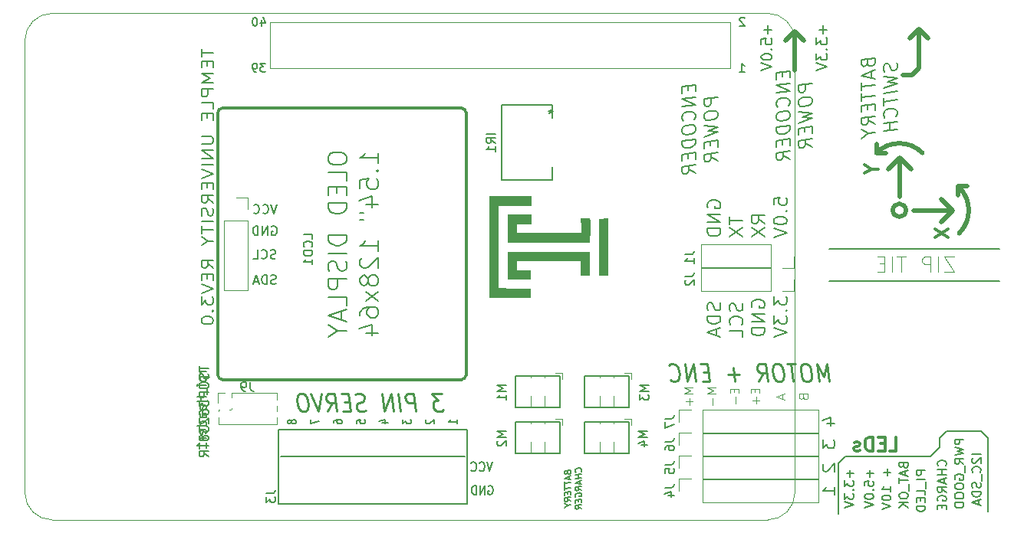
<source format=gbr>
G04 #@! TF.GenerationSoftware,KiCad,Pcbnew,(5.0.0)*
G04 #@! TF.CreationDate,2020-03-16T18:36:37-04:00*
G04 #@! TF.ProjectId,Temple_RPi_HAT,54656D706C655F5250695F4841542E6B,rev?*
G04 #@! TF.SameCoordinates,Original*
G04 #@! TF.FileFunction,Legend,Bot*
G04 #@! TF.FilePolarity,Positive*
%FSLAX46Y46*%
G04 Gerber Fmt 4.6, Leading zero omitted, Abs format (unit mm)*
G04 Created by KiCad (PCBNEW (5.0.0)) date 03/16/20 18:36:37*
%MOMM*%
%LPD*%
G01*
G04 APERTURE LIST*
%ADD10C,0.500000*%
%ADD11C,0.300000*%
%ADD12C,0.200000*%
%ADD13C,0.180000*%
%ADD14C,0.100000*%
%ADD15C,0.150000*%
%ADD16C,0.250000*%
%ADD17C,0.120000*%
%ADD18C,0.152400*%
%ADD19C,0.127000*%
%ADD20C,0.010000*%
G04 APERTURE END LIST*
D10*
X145012000Y-139952000D02*
X146028000Y-139952000D01*
X145012000Y-139952000D02*
X145012000Y-138936000D01*
X145012001Y-139952001D02*
G75*
G02X150091999Y-139952001I2539999J-2539999D01*
G01*
X154067100Y-143647700D02*
X155083100Y-143647700D01*
X154067100Y-143647700D02*
X154067100Y-144663700D01*
X154155999Y-143762001D02*
G75*
G02X154155999Y-148841999I-2539999J-2539999D01*
G01*
D11*
X152945428Y-149342000D02*
X151445428Y-148342000D01*
X152945428Y-148342000D02*
X151445428Y-149342000D01*
X144468285Y-141730000D02*
X145182571Y-141730000D01*
X143682571Y-141230000D02*
X144468285Y-141730000D01*
X143682571Y-142230000D01*
D10*
X147552000Y-144778000D02*
X147552000Y-140460000D01*
X147552000Y-140460000D02*
X146282000Y-141730000D01*
X147552000Y-140460000D02*
X148822000Y-141730000D01*
X148270420Y-146302000D02*
G75*
G03X148270420Y-146302000I-718420J0D01*
G01*
X153394000Y-146302000D02*
X152124000Y-147572000D01*
X153394000Y-146302000D02*
X152124000Y-145032000D01*
X149076000Y-146302000D02*
X153394000Y-146302000D01*
X148949000Y-131316000D02*
X147933000Y-131316000D01*
X149711000Y-130554000D02*
X148949000Y-131316000D01*
X149711000Y-126236000D02*
X148695000Y-127252000D01*
X149711000Y-126236000D02*
X149711000Y-130554000D01*
X149711000Y-126236000D02*
X150727000Y-127252000D01*
D12*
X124248857Y-132540839D02*
X124248857Y-133040839D01*
X125034571Y-133156910D02*
X125034571Y-132442625D01*
X123534571Y-132630125D01*
X123534571Y-133344410D01*
X125034571Y-133799767D02*
X123534571Y-133987267D01*
X125034571Y-134656910D01*
X123534571Y-134844410D01*
X124891714Y-136246196D02*
X124963142Y-136165839D01*
X125034571Y-135942625D01*
X125034571Y-135799767D01*
X124963142Y-135594410D01*
X124820285Y-135469410D01*
X124677428Y-135415839D01*
X124391714Y-135380125D01*
X124177428Y-135406910D01*
X123891714Y-135514053D01*
X123748857Y-135603339D01*
X123606000Y-135764053D01*
X123534571Y-135987267D01*
X123534571Y-136130125D01*
X123606000Y-136335482D01*
X123677428Y-136397982D01*
X123534571Y-137344410D02*
X123534571Y-137630125D01*
X123606000Y-137764053D01*
X123748857Y-137889053D01*
X124034571Y-137924767D01*
X124534571Y-137862267D01*
X124820285Y-137755125D01*
X124963142Y-137594410D01*
X125034571Y-137442625D01*
X125034571Y-137156910D01*
X124963142Y-137022982D01*
X124820285Y-136897982D01*
X124534571Y-136862267D01*
X124034571Y-136924767D01*
X123748857Y-137031910D01*
X123606000Y-137192625D01*
X123534571Y-137344410D01*
X125034571Y-138442625D02*
X123534571Y-138630125D01*
X123534571Y-138987267D01*
X123606000Y-139192625D01*
X123748857Y-139317625D01*
X123891714Y-139371196D01*
X124177428Y-139406910D01*
X124391714Y-139380125D01*
X124677428Y-139272982D01*
X124820285Y-139183696D01*
X124963142Y-139022982D01*
X125034571Y-138799767D01*
X125034571Y-138442625D01*
X124248857Y-140040839D02*
X124248857Y-140540839D01*
X125034571Y-140656910D02*
X125034571Y-139942625D01*
X123534571Y-140130125D01*
X123534571Y-140844410D01*
X125034571Y-142156910D02*
X124320285Y-141746196D01*
X125034571Y-141299767D02*
X123534571Y-141487267D01*
X123534571Y-142058696D01*
X123606000Y-142192625D01*
X123677428Y-142255125D01*
X123820285Y-142308696D01*
X124034571Y-142281910D01*
X124177428Y-142192625D01*
X124248857Y-142112267D01*
X124320285Y-141960482D01*
X124320285Y-141389053D01*
X127484571Y-133799767D02*
X125984571Y-133987267D01*
X125984571Y-134558696D01*
X126056000Y-134692625D01*
X126127428Y-134755125D01*
X126270285Y-134808696D01*
X126484571Y-134781910D01*
X126627428Y-134692625D01*
X126698857Y-134612267D01*
X126770285Y-134460482D01*
X126770285Y-133889053D01*
X125984571Y-135772982D02*
X125984571Y-136058696D01*
X126056000Y-136192625D01*
X126198857Y-136317625D01*
X126484571Y-136353339D01*
X126984571Y-136290839D01*
X127270285Y-136183696D01*
X127413142Y-136022982D01*
X127484571Y-135871196D01*
X127484571Y-135585482D01*
X127413142Y-135451553D01*
X127270285Y-135326553D01*
X126984571Y-135290839D01*
X126484571Y-135353339D01*
X126198857Y-135460482D01*
X126056000Y-135621196D01*
X125984571Y-135772982D01*
X125984571Y-136915839D02*
X127484571Y-137085482D01*
X126413142Y-137505125D01*
X127484571Y-137656910D01*
X125984571Y-138201553D01*
X126698857Y-138683696D02*
X126698857Y-139183696D01*
X127484571Y-139299767D02*
X127484571Y-138585482D01*
X125984571Y-138772982D01*
X125984571Y-139487267D01*
X127484571Y-140799767D02*
X126770285Y-140389053D01*
X127484571Y-139942625D02*
X125984571Y-140130125D01*
X125984571Y-140701553D01*
X126056000Y-140835482D01*
X126127428Y-140897982D01*
X126270285Y-140951553D01*
X126484571Y-140924767D01*
X126627428Y-140835482D01*
X126698857Y-140755125D01*
X126770285Y-140603339D01*
X126770285Y-140031910D01*
X144060857Y-130056267D02*
X144132285Y-130261625D01*
X144203714Y-130324125D01*
X144346571Y-130377696D01*
X144560857Y-130350910D01*
X144703714Y-130261625D01*
X144775142Y-130181267D01*
X144846571Y-130029482D01*
X144846571Y-129458053D01*
X143346571Y-129645553D01*
X143346571Y-130145553D01*
X143418000Y-130279482D01*
X143489428Y-130341982D01*
X143632285Y-130395553D01*
X143775142Y-130377696D01*
X143918000Y-130288410D01*
X143989428Y-130208053D01*
X144060857Y-130056267D01*
X144060857Y-129556267D01*
X144418000Y-130940196D02*
X144418000Y-131654482D01*
X144846571Y-130743767D02*
X143346571Y-131431267D01*
X144846571Y-131743767D01*
X143346571Y-132216982D02*
X143346571Y-133074125D01*
X144846571Y-132458053D02*
X143346571Y-132645553D01*
X143346571Y-133359839D02*
X143346571Y-134216982D01*
X144846571Y-133600910D02*
X143346571Y-133788410D01*
X144060857Y-134627696D02*
X144060857Y-135127696D01*
X144846571Y-135243767D02*
X144846571Y-134529482D01*
X143346571Y-134716982D01*
X143346571Y-135431267D01*
X144846571Y-136743767D02*
X144132285Y-136333053D01*
X144846571Y-135886625D02*
X143346571Y-136074125D01*
X143346571Y-136645553D01*
X143418000Y-136779482D01*
X143489428Y-136841982D01*
X143632285Y-136895553D01*
X143846571Y-136868767D01*
X143989428Y-136779482D01*
X144060857Y-136699125D01*
X144132285Y-136547339D01*
X144132285Y-135975910D01*
X144132285Y-137761625D02*
X144846571Y-137672339D01*
X143346571Y-137359839D02*
X144132285Y-137761625D01*
X143346571Y-138359839D01*
X147225142Y-129966982D02*
X147296571Y-130172339D01*
X147296571Y-130529482D01*
X147225142Y-130681267D01*
X147153714Y-130761625D01*
X147010857Y-130850910D01*
X146868000Y-130868767D01*
X146725142Y-130815196D01*
X146653714Y-130752696D01*
X146582285Y-130618767D01*
X146510857Y-130341982D01*
X146439428Y-130208053D01*
X146368000Y-130145553D01*
X146225142Y-130091982D01*
X146082285Y-130109839D01*
X145939428Y-130199125D01*
X145868000Y-130279482D01*
X145796571Y-130431267D01*
X145796571Y-130788410D01*
X145868000Y-130993767D01*
X145796571Y-131502696D02*
X147296571Y-131672339D01*
X146225142Y-132091982D01*
X147296571Y-132243767D01*
X145796571Y-132788410D01*
X147296571Y-133172339D02*
X145796571Y-133359839D01*
X145796571Y-133859839D02*
X145796571Y-134716982D01*
X147296571Y-134100910D02*
X145796571Y-134288410D01*
X147153714Y-135904482D02*
X147225142Y-135824125D01*
X147296571Y-135600910D01*
X147296571Y-135458053D01*
X147225142Y-135252696D01*
X147082285Y-135127696D01*
X146939428Y-135074125D01*
X146653714Y-135038410D01*
X146439428Y-135065196D01*
X146153714Y-135172339D01*
X146010857Y-135261625D01*
X145868000Y-135422339D01*
X145796571Y-135645553D01*
X145796571Y-135788410D01*
X145868000Y-135993767D01*
X145939428Y-136056267D01*
X147296571Y-136529482D02*
X145796571Y-136716982D01*
X146510857Y-136627696D02*
X146510857Y-137484839D01*
X147296571Y-137386625D02*
X145796571Y-137574125D01*
D13*
X133032714Y-125868000D02*
X133032714Y-126782285D01*
X133489857Y-126325142D02*
X132575571Y-126325142D01*
X132289857Y-127925142D02*
X132289857Y-127353714D01*
X132861285Y-127296571D01*
X132804142Y-127353714D01*
X132747000Y-127468000D01*
X132747000Y-127753714D01*
X132804142Y-127868000D01*
X132861285Y-127925142D01*
X132975571Y-127982285D01*
X133261285Y-127982285D01*
X133375571Y-127925142D01*
X133432714Y-127868000D01*
X133489857Y-127753714D01*
X133489857Y-127468000D01*
X133432714Y-127353714D01*
X133375571Y-127296571D01*
X133375571Y-128496571D02*
X133432714Y-128553714D01*
X133489857Y-128496571D01*
X133432714Y-128439428D01*
X133375571Y-128496571D01*
X133489857Y-128496571D01*
X132289857Y-129296571D02*
X132289857Y-129410857D01*
X132347000Y-129525142D01*
X132404142Y-129582285D01*
X132518428Y-129639428D01*
X132747000Y-129696571D01*
X133032714Y-129696571D01*
X133261285Y-129639428D01*
X133375571Y-129582285D01*
X133432714Y-129525142D01*
X133489857Y-129410857D01*
X133489857Y-129296571D01*
X133432714Y-129182285D01*
X133375571Y-129125142D01*
X133261285Y-129068000D01*
X133032714Y-129010857D01*
X132747000Y-129010857D01*
X132518428Y-129068000D01*
X132404142Y-129125142D01*
X132347000Y-129182285D01*
X132289857Y-129296571D01*
X132289857Y-130039428D02*
X133489857Y-130439428D01*
X132289857Y-130839428D01*
X139128714Y-125868000D02*
X139128714Y-126782285D01*
X139585857Y-126325142D02*
X138671571Y-126325142D01*
X138385857Y-127239428D02*
X138385857Y-127982285D01*
X138843000Y-127582285D01*
X138843000Y-127753714D01*
X138900142Y-127868000D01*
X138957285Y-127925142D01*
X139071571Y-127982285D01*
X139357285Y-127982285D01*
X139471571Y-127925142D01*
X139528714Y-127868000D01*
X139585857Y-127753714D01*
X139585857Y-127410857D01*
X139528714Y-127296571D01*
X139471571Y-127239428D01*
X139471571Y-128496571D02*
X139528714Y-128553714D01*
X139585857Y-128496571D01*
X139528714Y-128439428D01*
X139471571Y-128496571D01*
X139585857Y-128496571D01*
X138385857Y-128953714D02*
X138385857Y-129696571D01*
X138843000Y-129296571D01*
X138843000Y-129468000D01*
X138900142Y-129582285D01*
X138957285Y-129639428D01*
X139071571Y-129696571D01*
X139357285Y-129696571D01*
X139471571Y-129639428D01*
X139528714Y-129582285D01*
X139585857Y-129468000D01*
X139585857Y-129125142D01*
X139528714Y-129010857D01*
X139471571Y-128953714D01*
X138385857Y-130039428D02*
X139585857Y-130439428D01*
X138385857Y-130839428D01*
D12*
X134662857Y-131016839D02*
X134662857Y-131516839D01*
X135448571Y-131632910D02*
X135448571Y-130918625D01*
X133948571Y-131106125D01*
X133948571Y-131820410D01*
X135448571Y-132275767D02*
X133948571Y-132463267D01*
X135448571Y-133132910D01*
X133948571Y-133320410D01*
X135305714Y-134722196D02*
X135377142Y-134641839D01*
X135448571Y-134418625D01*
X135448571Y-134275767D01*
X135377142Y-134070410D01*
X135234285Y-133945410D01*
X135091428Y-133891839D01*
X134805714Y-133856125D01*
X134591428Y-133882910D01*
X134305714Y-133990053D01*
X134162857Y-134079339D01*
X134020000Y-134240053D01*
X133948571Y-134463267D01*
X133948571Y-134606125D01*
X134020000Y-134811482D01*
X134091428Y-134873982D01*
X133948571Y-135820410D02*
X133948571Y-136106125D01*
X134020000Y-136240053D01*
X134162857Y-136365053D01*
X134448571Y-136400767D01*
X134948571Y-136338267D01*
X135234285Y-136231125D01*
X135377142Y-136070410D01*
X135448571Y-135918625D01*
X135448571Y-135632910D01*
X135377142Y-135498982D01*
X135234285Y-135373982D01*
X134948571Y-135338267D01*
X134448571Y-135400767D01*
X134162857Y-135507910D01*
X134020000Y-135668625D01*
X133948571Y-135820410D01*
X135448571Y-136918625D02*
X133948571Y-137106125D01*
X133948571Y-137463267D01*
X134020000Y-137668625D01*
X134162857Y-137793625D01*
X134305714Y-137847196D01*
X134591428Y-137882910D01*
X134805714Y-137856125D01*
X135091428Y-137748982D01*
X135234285Y-137659696D01*
X135377142Y-137498982D01*
X135448571Y-137275767D01*
X135448571Y-136918625D01*
X134662857Y-138516839D02*
X134662857Y-139016839D01*
X135448571Y-139132910D02*
X135448571Y-138418625D01*
X133948571Y-138606125D01*
X133948571Y-139320410D01*
X135448571Y-140632910D02*
X134734285Y-140222196D01*
X135448571Y-139775767D02*
X133948571Y-139963267D01*
X133948571Y-140534696D01*
X134020000Y-140668625D01*
X134091428Y-140731125D01*
X134234285Y-140784696D01*
X134448571Y-140757910D01*
X134591428Y-140668625D01*
X134662857Y-140588267D01*
X134734285Y-140436482D01*
X134734285Y-139865053D01*
X137898571Y-132275767D02*
X136398571Y-132463267D01*
X136398571Y-133034696D01*
X136470000Y-133168625D01*
X136541428Y-133231125D01*
X136684285Y-133284696D01*
X136898571Y-133257910D01*
X137041428Y-133168625D01*
X137112857Y-133088267D01*
X137184285Y-132936482D01*
X137184285Y-132365053D01*
X136398571Y-134248982D02*
X136398571Y-134534696D01*
X136470000Y-134668625D01*
X136612857Y-134793625D01*
X136898571Y-134829339D01*
X137398571Y-134766839D01*
X137684285Y-134659696D01*
X137827142Y-134498982D01*
X137898571Y-134347196D01*
X137898571Y-134061482D01*
X137827142Y-133927553D01*
X137684285Y-133802553D01*
X137398571Y-133766839D01*
X136898571Y-133829339D01*
X136612857Y-133936482D01*
X136470000Y-134097196D01*
X136398571Y-134248982D01*
X136398571Y-135391839D02*
X137898571Y-135561482D01*
X136827142Y-135981125D01*
X137898571Y-136132910D01*
X136398571Y-136677553D01*
X137112857Y-137159696D02*
X137112857Y-137659696D01*
X137898571Y-137775767D02*
X137898571Y-137061482D01*
X136398571Y-137248982D01*
X136398571Y-137963267D01*
X137898571Y-139275767D02*
X137184285Y-138865053D01*
X137898571Y-138418625D02*
X136398571Y-138606125D01*
X136398571Y-139177553D01*
X136470000Y-139311482D01*
X136541428Y-139373982D01*
X136684285Y-139427553D01*
X136898571Y-139400767D01*
X137041428Y-139311482D01*
X137112857Y-139231125D01*
X137184285Y-139079339D01*
X137184285Y-138507910D01*
D10*
X135995000Y-126490000D02*
X137011000Y-127506000D01*
X135995000Y-126490000D02*
X134979000Y-127506000D01*
X135995000Y-126490000D02*
X135995000Y-130808000D01*
D11*
X146456428Y-172888571D02*
X147170714Y-172888571D01*
X147170714Y-171388571D01*
X145956428Y-172102857D02*
X145456428Y-172102857D01*
X145242142Y-172888571D02*
X145956428Y-172888571D01*
X145956428Y-171388571D01*
X145242142Y-171388571D01*
X144599285Y-172888571D02*
X144599285Y-171388571D01*
X144242142Y-171388571D01*
X144027857Y-171460000D01*
X143885000Y-171602857D01*
X143813571Y-171745714D01*
X143742142Y-172031428D01*
X143742142Y-172245714D01*
X143813571Y-172531428D01*
X143885000Y-172674285D01*
X144027857Y-172817142D01*
X144242142Y-172888571D01*
X144599285Y-172888571D01*
X143170714Y-172817142D02*
X143027857Y-172888571D01*
X142742142Y-172888571D01*
X142599285Y-172817142D01*
X142527857Y-172674285D01*
X142527857Y-172602857D01*
X142599285Y-172460000D01*
X142742142Y-172388571D01*
X142956428Y-172388571D01*
X143099285Y-172317142D01*
X143170714Y-172174285D01*
X143170714Y-172102857D01*
X143099285Y-171960000D01*
X142956428Y-171888571D01*
X142742142Y-171888571D01*
X142599285Y-171960000D01*
D12*
X157331000Y-171956000D02*
X157331000Y-179576000D01*
X157331000Y-171448000D02*
X157331000Y-171956000D01*
X156569000Y-170686000D02*
X157331000Y-171448000D01*
X152759000Y-170686000D02*
X156569000Y-170686000D01*
X151997000Y-171448000D02*
X152759000Y-170686000D01*
X151997000Y-172464000D02*
X151997000Y-171448000D01*
X150981000Y-173480000D02*
X151997000Y-172464000D01*
X141583000Y-173480000D02*
X150981000Y-173480000D01*
X140821000Y-174242000D02*
X141583000Y-173480000D01*
X140821000Y-179830000D02*
X140821000Y-174242000D01*
X156564180Y-173258095D02*
X155564180Y-173258095D01*
X155659419Y-173686666D02*
X155611800Y-173734285D01*
X155564180Y-173829523D01*
X155564180Y-174067619D01*
X155611800Y-174162857D01*
X155659419Y-174210476D01*
X155754657Y-174258095D01*
X155849895Y-174258095D01*
X155992752Y-174210476D01*
X156564180Y-173639047D01*
X156564180Y-174258095D01*
X156468942Y-175258095D02*
X156516561Y-175210476D01*
X156564180Y-175067619D01*
X156564180Y-174972380D01*
X156516561Y-174829523D01*
X156421323Y-174734285D01*
X156326085Y-174686666D01*
X156135609Y-174639047D01*
X155992752Y-174639047D01*
X155802276Y-174686666D01*
X155707038Y-174734285D01*
X155611800Y-174829523D01*
X155564180Y-174972380D01*
X155564180Y-175067619D01*
X155611800Y-175210476D01*
X155659419Y-175258095D01*
X156659419Y-175448571D02*
X156659419Y-176210476D01*
X156516561Y-176400952D02*
X156564180Y-176543809D01*
X156564180Y-176781904D01*
X156516561Y-176877142D01*
X156468942Y-176924761D01*
X156373704Y-176972380D01*
X156278466Y-176972380D01*
X156183228Y-176924761D01*
X156135609Y-176877142D01*
X156087990Y-176781904D01*
X156040371Y-176591428D01*
X155992752Y-176496190D01*
X155945133Y-176448571D01*
X155849895Y-176400952D01*
X155754657Y-176400952D01*
X155659419Y-176448571D01*
X155611800Y-176496190D01*
X155564180Y-176591428D01*
X155564180Y-176829523D01*
X155611800Y-176972380D01*
X156564180Y-177400952D02*
X155564180Y-177400952D01*
X155564180Y-177639047D01*
X155611800Y-177781904D01*
X155707038Y-177877142D01*
X155802276Y-177924761D01*
X155992752Y-177972380D01*
X156135609Y-177972380D01*
X156326085Y-177924761D01*
X156421323Y-177877142D01*
X156516561Y-177781904D01*
X156564180Y-177639047D01*
X156564180Y-177400952D01*
X156278466Y-178353333D02*
X156278466Y-178829523D01*
X156564180Y-178258095D02*
X155564180Y-178591428D01*
X156564180Y-178924761D01*
X154659180Y-171623095D02*
X153659180Y-171623095D01*
X153659180Y-172004047D01*
X153706800Y-172099285D01*
X153754419Y-172146904D01*
X153849657Y-172194523D01*
X153992514Y-172194523D01*
X154087752Y-172146904D01*
X154135371Y-172099285D01*
X154182990Y-172004047D01*
X154182990Y-171623095D01*
X153659180Y-172527857D02*
X154659180Y-172765952D01*
X153944895Y-172956428D01*
X154659180Y-173146904D01*
X153659180Y-173385000D01*
X154659180Y-174337380D02*
X154182990Y-174004047D01*
X154659180Y-173765952D02*
X153659180Y-173765952D01*
X153659180Y-174146904D01*
X153706800Y-174242142D01*
X153754419Y-174289761D01*
X153849657Y-174337380D01*
X153992514Y-174337380D01*
X154087752Y-174289761D01*
X154135371Y-174242142D01*
X154182990Y-174146904D01*
X154182990Y-173765952D01*
X154754419Y-174527857D02*
X154754419Y-175289761D01*
X153706800Y-176051666D02*
X153659180Y-175956428D01*
X153659180Y-175813571D01*
X153706800Y-175670714D01*
X153802038Y-175575476D01*
X153897276Y-175527857D01*
X154087752Y-175480238D01*
X154230609Y-175480238D01*
X154421085Y-175527857D01*
X154516323Y-175575476D01*
X154611561Y-175670714D01*
X154659180Y-175813571D01*
X154659180Y-175908809D01*
X154611561Y-176051666D01*
X154563942Y-176099285D01*
X154230609Y-176099285D01*
X154230609Y-175908809D01*
X153659180Y-176718333D02*
X153659180Y-176908809D01*
X153706800Y-177004047D01*
X153802038Y-177099285D01*
X153992514Y-177146904D01*
X154325847Y-177146904D01*
X154516323Y-177099285D01*
X154611561Y-177004047D01*
X154659180Y-176908809D01*
X154659180Y-176718333D01*
X154611561Y-176623095D01*
X154516323Y-176527857D01*
X154325847Y-176480238D01*
X153992514Y-176480238D01*
X153802038Y-176527857D01*
X153706800Y-176623095D01*
X153659180Y-176718333D01*
X153659180Y-177765952D02*
X153659180Y-177956428D01*
X153706800Y-178051666D01*
X153802038Y-178146904D01*
X153992514Y-178194523D01*
X154325847Y-178194523D01*
X154516323Y-178146904D01*
X154611561Y-178051666D01*
X154659180Y-177956428D01*
X154659180Y-177765952D01*
X154611561Y-177670714D01*
X154516323Y-177575476D01*
X154325847Y-177527857D01*
X153992514Y-177527857D01*
X153802038Y-177575476D01*
X153706800Y-177670714D01*
X153659180Y-177765952D01*
X154659180Y-178623095D02*
X153659180Y-178623095D01*
X153659180Y-178861190D01*
X153706800Y-179004047D01*
X153802038Y-179099285D01*
X153897276Y-179146904D01*
X154087752Y-179194523D01*
X154230609Y-179194523D01*
X154421085Y-179146904D01*
X154516323Y-179099285D01*
X154611561Y-179004047D01*
X154659180Y-178861190D01*
X154659180Y-178623095D01*
X150417380Y-175051904D02*
X149417380Y-175051904D01*
X149417380Y-175432857D01*
X149465000Y-175528095D01*
X149512619Y-175575714D01*
X149607857Y-175623333D01*
X149750714Y-175623333D01*
X149845952Y-175575714D01*
X149893571Y-175528095D01*
X149941190Y-175432857D01*
X149941190Y-175051904D01*
X150417380Y-176051904D02*
X149417380Y-176051904D01*
X150512619Y-176290000D02*
X150512619Y-177051904D01*
X150417380Y-177766190D02*
X150417380Y-177290000D01*
X149417380Y-177290000D01*
X149893571Y-178099523D02*
X149893571Y-178432857D01*
X150417380Y-178575714D02*
X150417380Y-178099523D01*
X149417380Y-178099523D01*
X149417380Y-178575714D01*
X150417380Y-179004285D02*
X149417380Y-179004285D01*
X149417380Y-179242380D01*
X149465000Y-179385238D01*
X149560238Y-179480476D01*
X149655476Y-179528095D01*
X149845952Y-179575714D01*
X149988809Y-179575714D01*
X150179285Y-179528095D01*
X150274523Y-179480476D01*
X150369761Y-179385238D01*
X150417380Y-179242380D01*
X150417380Y-179004285D01*
X147988571Y-174512142D02*
X148036190Y-174655000D01*
X148083809Y-174702619D01*
X148179047Y-174750238D01*
X148321904Y-174750238D01*
X148417142Y-174702619D01*
X148464761Y-174655000D01*
X148512380Y-174559761D01*
X148512380Y-174178809D01*
X147512380Y-174178809D01*
X147512380Y-174512142D01*
X147560000Y-174607380D01*
X147607619Y-174655000D01*
X147702857Y-174702619D01*
X147798095Y-174702619D01*
X147893333Y-174655000D01*
X147940952Y-174607380D01*
X147988571Y-174512142D01*
X147988571Y-174178809D01*
X148226666Y-175131190D02*
X148226666Y-175607380D01*
X148512380Y-175035952D02*
X147512380Y-175369285D01*
X148512380Y-175702619D01*
X147512380Y-175893095D02*
X147512380Y-176464523D01*
X148512380Y-176178809D02*
X147512380Y-176178809D01*
X148607619Y-176559761D02*
X148607619Y-177321666D01*
X147512380Y-177750238D02*
X147512380Y-177940714D01*
X147560000Y-178035952D01*
X147655238Y-178131190D01*
X147845714Y-178178809D01*
X148179047Y-178178809D01*
X148369523Y-178131190D01*
X148464761Y-178035952D01*
X148512380Y-177940714D01*
X148512380Y-177750238D01*
X148464761Y-177655000D01*
X148369523Y-177559761D01*
X148179047Y-177512142D01*
X147845714Y-177512142D01*
X147655238Y-177559761D01*
X147560000Y-177655000D01*
X147512380Y-177750238D01*
X148512380Y-178607380D02*
X147512380Y-178607380D01*
X148512380Y-179178809D02*
X147940952Y-178750238D01*
X147512380Y-179178809D02*
X148083809Y-178607380D01*
X152658942Y-174559761D02*
X152706561Y-174512142D01*
X152754180Y-174369285D01*
X152754180Y-174274047D01*
X152706561Y-174131190D01*
X152611323Y-174035952D01*
X152516085Y-173988333D01*
X152325609Y-173940714D01*
X152182752Y-173940714D01*
X151992276Y-173988333D01*
X151897038Y-174035952D01*
X151801800Y-174131190D01*
X151754180Y-174274047D01*
X151754180Y-174369285D01*
X151801800Y-174512142D01*
X151849419Y-174559761D01*
X152754180Y-174988333D02*
X151754180Y-174988333D01*
X152230371Y-174988333D02*
X152230371Y-175559761D01*
X152754180Y-175559761D02*
X151754180Y-175559761D01*
X152468466Y-175988333D02*
X152468466Y-176464523D01*
X152754180Y-175893095D02*
X151754180Y-176226428D01*
X152754180Y-176559761D01*
X152754180Y-177464523D02*
X152277990Y-177131190D01*
X152754180Y-176893095D02*
X151754180Y-176893095D01*
X151754180Y-177274047D01*
X151801800Y-177369285D01*
X151849419Y-177416904D01*
X151944657Y-177464523D01*
X152087514Y-177464523D01*
X152182752Y-177416904D01*
X152230371Y-177369285D01*
X152277990Y-177274047D01*
X152277990Y-176893095D01*
X151801800Y-178416904D02*
X151754180Y-178321666D01*
X151754180Y-178178809D01*
X151801800Y-178035952D01*
X151897038Y-177940714D01*
X151992276Y-177893095D01*
X152182752Y-177845476D01*
X152325609Y-177845476D01*
X152516085Y-177893095D01*
X152611323Y-177940714D01*
X152706561Y-178035952D01*
X152754180Y-178178809D01*
X152754180Y-178274047D01*
X152706561Y-178416904D01*
X152658942Y-178464523D01*
X152325609Y-178464523D01*
X152325609Y-178274047D01*
X152230371Y-178893095D02*
X152230371Y-179226428D01*
X152754180Y-179369285D02*
X152754180Y-178893095D01*
X151754180Y-178893095D01*
X151754180Y-179369285D01*
X146226428Y-174893142D02*
X146226428Y-175655047D01*
X146607380Y-175274095D02*
X145845476Y-175274095D01*
X146607380Y-177416952D02*
X146607380Y-176845523D01*
X146607380Y-177131238D02*
X145607380Y-177131238D01*
X145750238Y-177036000D01*
X145845476Y-176940761D01*
X145893095Y-176845523D01*
X145607380Y-178036000D02*
X145607380Y-178131238D01*
X145655000Y-178226476D01*
X145702619Y-178274095D01*
X145797857Y-178321714D01*
X145988333Y-178369333D01*
X146226428Y-178369333D01*
X146416904Y-178321714D01*
X146512142Y-178274095D01*
X146559761Y-178226476D01*
X146607380Y-178131238D01*
X146607380Y-178036000D01*
X146559761Y-177940761D01*
X146512142Y-177893142D01*
X146416904Y-177845523D01*
X146226428Y-177797904D01*
X145988333Y-177797904D01*
X145797857Y-177845523D01*
X145702619Y-177893142D01*
X145655000Y-177940761D01*
X145607380Y-178036000D01*
X145607380Y-178655047D02*
X146607380Y-178988380D01*
X145607380Y-179321714D01*
X144321428Y-175036000D02*
X144321428Y-175797904D01*
X144702380Y-175416952D02*
X143940476Y-175416952D01*
X143702380Y-176750285D02*
X143702380Y-176274095D01*
X144178571Y-176226476D01*
X144130952Y-176274095D01*
X144083333Y-176369333D01*
X144083333Y-176607428D01*
X144130952Y-176702666D01*
X144178571Y-176750285D01*
X144273809Y-176797904D01*
X144511904Y-176797904D01*
X144607142Y-176750285D01*
X144654761Y-176702666D01*
X144702380Y-176607428D01*
X144702380Y-176369333D01*
X144654761Y-176274095D01*
X144607142Y-176226476D01*
X144607142Y-177226476D02*
X144654761Y-177274095D01*
X144702380Y-177226476D01*
X144654761Y-177178857D01*
X144607142Y-177226476D01*
X144702380Y-177226476D01*
X143702380Y-177893142D02*
X143702380Y-177988380D01*
X143750000Y-178083619D01*
X143797619Y-178131238D01*
X143892857Y-178178857D01*
X144083333Y-178226476D01*
X144321428Y-178226476D01*
X144511904Y-178178857D01*
X144607142Y-178131238D01*
X144654761Y-178083619D01*
X144702380Y-177988380D01*
X144702380Y-177893142D01*
X144654761Y-177797904D01*
X144607142Y-177750285D01*
X144511904Y-177702666D01*
X144321428Y-177655047D01*
X144083333Y-177655047D01*
X143892857Y-177702666D01*
X143797619Y-177750285D01*
X143750000Y-177797904D01*
X143702380Y-177893142D01*
X143702380Y-178512190D02*
X144702380Y-178845523D01*
X143702380Y-179178857D01*
X142111428Y-175036000D02*
X142111428Y-175797904D01*
X142492380Y-175416952D02*
X141730476Y-175416952D01*
X141492380Y-176178857D02*
X141492380Y-176797904D01*
X141873333Y-176464571D01*
X141873333Y-176607428D01*
X141920952Y-176702666D01*
X141968571Y-176750285D01*
X142063809Y-176797904D01*
X142301904Y-176797904D01*
X142397142Y-176750285D01*
X142444761Y-176702666D01*
X142492380Y-176607428D01*
X142492380Y-176321714D01*
X142444761Y-176226476D01*
X142397142Y-176178857D01*
X142397142Y-177226476D02*
X142444761Y-177274095D01*
X142492380Y-177226476D01*
X142444761Y-177178857D01*
X142397142Y-177226476D01*
X142492380Y-177226476D01*
X141492380Y-177607428D02*
X141492380Y-178226476D01*
X141873333Y-177893142D01*
X141873333Y-178036000D01*
X141920952Y-178131238D01*
X141968571Y-178178857D01*
X142063809Y-178226476D01*
X142301904Y-178226476D01*
X142397142Y-178178857D01*
X142444761Y-178131238D01*
X142492380Y-178036000D01*
X142492380Y-177750285D01*
X142444761Y-177655047D01*
X142397142Y-177607428D01*
X141492380Y-178512190D02*
X142492380Y-178845523D01*
X141492380Y-179178857D01*
D14*
X153605476Y-151405047D02*
X152472142Y-151405047D01*
X153605476Y-153105047D01*
X152472142Y-153105047D01*
X151824523Y-153105047D02*
X151824523Y-151405047D01*
X151015000Y-153105047D02*
X151015000Y-151405047D01*
X150367380Y-151405047D01*
X150205476Y-151486000D01*
X150124523Y-151566952D01*
X150043571Y-151728857D01*
X150043571Y-151971714D01*
X150124523Y-152133619D01*
X150205476Y-152214571D01*
X150367380Y-152295523D01*
X151015000Y-152295523D01*
X148262619Y-151405047D02*
X147291190Y-151405047D01*
X147776904Y-153105047D02*
X147776904Y-151405047D01*
X146724523Y-153105047D02*
X146724523Y-151405047D01*
X145915000Y-152214571D02*
X145348333Y-152214571D01*
X145105476Y-153105047D02*
X145915000Y-153105047D01*
X145915000Y-151405047D01*
X145105476Y-151405047D01*
D15*
X110915000Y-175302187D02*
X110948333Y-175398020D01*
X110981666Y-175427187D01*
X111048333Y-175452187D01*
X111148333Y-175439687D01*
X111215000Y-175398020D01*
X111248333Y-175360520D01*
X111281666Y-175289687D01*
X111281666Y-175023020D01*
X110581666Y-175110520D01*
X110581666Y-175343854D01*
X110615000Y-175406354D01*
X110648333Y-175435520D01*
X110715000Y-175460520D01*
X110781666Y-175452187D01*
X110848333Y-175410520D01*
X110881666Y-175373020D01*
X110915000Y-175302187D01*
X110915000Y-175068854D01*
X111081666Y-175714687D02*
X111081666Y-176048020D01*
X111281666Y-175623020D02*
X110581666Y-175943854D01*
X111281666Y-176089687D01*
X110581666Y-176310520D02*
X110581666Y-176710520D01*
X111281666Y-176423020D02*
X110581666Y-176510520D01*
X110581666Y-176843854D02*
X110581666Y-177243854D01*
X111281666Y-176956354D02*
X110581666Y-177043854D01*
X110915000Y-177435520D02*
X110915000Y-177668854D01*
X111281666Y-177723020D02*
X111281666Y-177389687D01*
X110581666Y-177477187D01*
X110581666Y-177810520D01*
X111281666Y-178423020D02*
X110948333Y-178231354D01*
X111281666Y-178023020D02*
X110581666Y-178110520D01*
X110581666Y-178377187D01*
X110615000Y-178439687D01*
X110648333Y-178468854D01*
X110715000Y-178493854D01*
X110815000Y-178481354D01*
X110881666Y-178439687D01*
X110915000Y-178402187D01*
X110948333Y-178331354D01*
X110948333Y-178064687D01*
X110948333Y-178898020D02*
X111281666Y-178856354D01*
X110581666Y-178710520D02*
X110948333Y-178898020D01*
X110581666Y-179177187D01*
X112415000Y-175198020D02*
X112448333Y-175160520D01*
X112481666Y-175056354D01*
X112481666Y-174989687D01*
X112448333Y-174893854D01*
X112381666Y-174835520D01*
X112315000Y-174810520D01*
X112181666Y-174793854D01*
X112081666Y-174806354D01*
X111948333Y-174856354D01*
X111881666Y-174898020D01*
X111815000Y-174973020D01*
X111781666Y-175077187D01*
X111781666Y-175143854D01*
X111815000Y-175239687D01*
X111848333Y-175268854D01*
X112481666Y-175489687D02*
X111781666Y-175577187D01*
X112115000Y-175535520D02*
X112115000Y-175935520D01*
X112481666Y-175889687D02*
X111781666Y-175977187D01*
X112281666Y-176214687D02*
X112281666Y-176548020D01*
X112481666Y-176123020D02*
X111781666Y-176443854D01*
X112481666Y-176589687D01*
X112481666Y-177223020D02*
X112148333Y-177031354D01*
X112481666Y-176823020D02*
X111781666Y-176910520D01*
X111781666Y-177177187D01*
X111815000Y-177239687D01*
X111848333Y-177268854D01*
X111915000Y-177293854D01*
X112015000Y-177281354D01*
X112081666Y-177239687D01*
X112115000Y-177202187D01*
X112148333Y-177131354D01*
X112148333Y-176864687D01*
X111815000Y-177973020D02*
X111781666Y-177910520D01*
X111781666Y-177810520D01*
X111815000Y-177706354D01*
X111881666Y-177631354D01*
X111948333Y-177589687D01*
X112081666Y-177539687D01*
X112181666Y-177527187D01*
X112315000Y-177543854D01*
X112381666Y-177568854D01*
X112448333Y-177627187D01*
X112481666Y-177723020D01*
X112481666Y-177789687D01*
X112448333Y-177893854D01*
X112415000Y-177931354D01*
X112181666Y-177960520D01*
X112181666Y-177827187D01*
X112115000Y-178268854D02*
X112115000Y-178502187D01*
X112481666Y-178556354D02*
X112481666Y-178223020D01*
X111781666Y-178310520D01*
X111781666Y-178643854D01*
X112481666Y-179256354D02*
X112148333Y-179064687D01*
X112481666Y-178856354D02*
X111781666Y-178943854D01*
X111781666Y-179210520D01*
X111815000Y-179273020D01*
X111848333Y-179302187D01*
X111915000Y-179327187D01*
X112015000Y-179314687D01*
X112081666Y-179273020D01*
X112115000Y-179235520D01*
X112148333Y-179164687D01*
X112148333Y-178898020D01*
D14*
X136939571Y-166947428D02*
X136987190Y-167090285D01*
X137034809Y-167137904D01*
X137130047Y-167185523D01*
X137272904Y-167185523D01*
X137368142Y-167137904D01*
X137415761Y-167090285D01*
X137463380Y-166995047D01*
X137463380Y-166614095D01*
X136463380Y-166614095D01*
X136463380Y-166947428D01*
X136511000Y-167042666D01*
X136558619Y-167090285D01*
X136653857Y-167137904D01*
X136749095Y-167137904D01*
X136844333Y-167090285D01*
X136891952Y-167042666D01*
X136939571Y-166947428D01*
X136939571Y-166614095D01*
X134637666Y-166637904D02*
X134637666Y-167114095D01*
X134923380Y-166542666D02*
X133923380Y-166876000D01*
X134923380Y-167209333D01*
X131605571Y-166042666D02*
X131605571Y-166376000D01*
X132129380Y-166518857D02*
X132129380Y-166042666D01*
X131129380Y-166042666D01*
X131129380Y-166518857D01*
X131748428Y-166947428D02*
X131748428Y-167709333D01*
X132129380Y-167328380D02*
X131367476Y-167328380D01*
X129319571Y-166042666D02*
X129319571Y-166376000D01*
X129843380Y-166518857D02*
X129843380Y-166042666D01*
X128843380Y-166042666D01*
X128843380Y-166518857D01*
X129462428Y-166947428D02*
X129462428Y-167709333D01*
X127303380Y-165923619D02*
X126303380Y-165923619D01*
X127017666Y-166256952D01*
X126303380Y-166590285D01*
X127303380Y-166590285D01*
X126922428Y-167066476D02*
X126922428Y-167828380D01*
X124763380Y-165923619D02*
X123763380Y-165923619D01*
X124477666Y-166256952D01*
X123763380Y-166590285D01*
X124763380Y-166590285D01*
X124382428Y-167066476D02*
X124382428Y-167828380D01*
X124763380Y-167447428D02*
X124001476Y-167447428D01*
D16*
X139813288Y-165240761D02*
X139563288Y-163240761D01*
X139175193Y-164669333D01*
X138429955Y-163240761D01*
X138679955Y-165240761D01*
X137296622Y-163240761D02*
X136972812Y-163240761D01*
X136822812Y-163336000D01*
X136684717Y-163526476D01*
X136651383Y-163907428D01*
X136734717Y-164574095D01*
X136863288Y-164955047D01*
X137049002Y-165145523D01*
X137222812Y-165240761D01*
X137546622Y-165240761D01*
X137696622Y-165145523D01*
X137834717Y-164955047D01*
X137868050Y-164574095D01*
X137784717Y-163907428D01*
X137656145Y-163526476D01*
X137470431Y-163336000D01*
X137296622Y-163240761D01*
X136082336Y-163240761D02*
X135110907Y-163240761D01*
X135846622Y-165240761D02*
X135596622Y-163240761D01*
X134220431Y-163240761D02*
X133896622Y-163240761D01*
X133746622Y-163336000D01*
X133608526Y-163526476D01*
X133575193Y-163907428D01*
X133658526Y-164574095D01*
X133787098Y-164955047D01*
X133972812Y-165145523D01*
X134146622Y-165240761D01*
X134470431Y-165240761D01*
X134620431Y-165145523D01*
X134758526Y-164955047D01*
X134791860Y-164574095D01*
X134708526Y-163907428D01*
X134579955Y-163526476D01*
X134394241Y-163336000D01*
X134220431Y-163240761D01*
X132041860Y-165240761D02*
X132489479Y-164288380D01*
X133013288Y-165240761D02*
X132763288Y-163240761D01*
X132115669Y-163240761D01*
X131965669Y-163336000D01*
X131896622Y-163431238D01*
X131839479Y-163621714D01*
X131875193Y-163907428D01*
X131979955Y-164097904D01*
X132072812Y-164193142D01*
X132246622Y-164288380D01*
X132894241Y-164288380D01*
X129922812Y-164478857D02*
X128627574Y-164478857D01*
X129370431Y-165240761D02*
X129179955Y-163716952D01*
X126487098Y-164193142D02*
X125920431Y-164193142D01*
X125808526Y-165240761D02*
X126618050Y-165240761D01*
X126368050Y-163240761D01*
X125558526Y-163240761D01*
X125079955Y-165240761D02*
X124829955Y-163240761D01*
X124108526Y-165240761D01*
X123858526Y-163240761D01*
X122303764Y-165050285D02*
X122396622Y-165145523D01*
X122651383Y-165240761D01*
X122813288Y-165240761D01*
X123044241Y-165145523D01*
X123182336Y-164955047D01*
X123239479Y-164764571D01*
X123272812Y-164383619D01*
X123237098Y-164097904D01*
X123108526Y-163716952D01*
X123003764Y-163526476D01*
X122818050Y-163336000D01*
X122563288Y-163240761D01*
X122401383Y-163240761D01*
X122170431Y-163336000D01*
X122101383Y-163431238D01*
D12*
X139526428Y-169908571D02*
X140393095Y-169908571D01*
X139031190Y-169551428D02*
X139959761Y-169194285D01*
X139959761Y-170122857D01*
X139093095Y-171694285D02*
X139093095Y-172622857D01*
X139588333Y-172122857D01*
X139588333Y-172337142D01*
X139650238Y-172480000D01*
X139712142Y-172551428D01*
X139835952Y-172622857D01*
X140145476Y-172622857D01*
X140269285Y-172551428D01*
X140331190Y-172480000D01*
X140393095Y-172337142D01*
X140393095Y-171908571D01*
X140331190Y-171765714D01*
X140269285Y-171694285D01*
X139216904Y-174337142D02*
X139155000Y-174408571D01*
X139093095Y-174551428D01*
X139093095Y-174908571D01*
X139155000Y-175051428D01*
X139216904Y-175122857D01*
X139340714Y-175194285D01*
X139464523Y-175194285D01*
X139650238Y-175122857D01*
X140393095Y-174265714D01*
X140393095Y-175194285D01*
X140393095Y-177765714D02*
X140393095Y-176908571D01*
X140393095Y-177337142D02*
X139093095Y-177337142D01*
X139278809Y-177194285D01*
X139402619Y-177051428D01*
X139464523Y-176908571D01*
D16*
X97005669Y-166542761D02*
X95953288Y-166542761D01*
X96615193Y-167304666D01*
X96372336Y-167304666D01*
X96222336Y-167399904D01*
X96153288Y-167495142D01*
X96096145Y-167685619D01*
X96155669Y-168161809D01*
X96260431Y-168352285D01*
X96353288Y-168447523D01*
X96527098Y-168542761D01*
X97012812Y-168542761D01*
X97162812Y-168447523D01*
X97231860Y-168352285D01*
X94179479Y-168542761D02*
X93929479Y-166542761D01*
X93281860Y-166542761D01*
X93131860Y-166638000D01*
X93062812Y-166733238D01*
X93005669Y-166923714D01*
X93041383Y-167209428D01*
X93146145Y-167399904D01*
X93239002Y-167495142D01*
X93412812Y-167590380D01*
X94060431Y-167590380D01*
X92479479Y-168542761D02*
X92229479Y-166542761D01*
X91669955Y-168542761D02*
X91419955Y-166542761D01*
X90698526Y-168542761D01*
X90448526Y-166542761D01*
X88662812Y-168447523D02*
X88431860Y-168542761D01*
X88027098Y-168542761D01*
X87853288Y-168447523D01*
X87760431Y-168352285D01*
X87655669Y-168161809D01*
X87631860Y-167971333D01*
X87689002Y-167780857D01*
X87758050Y-167685619D01*
X87908050Y-167590380D01*
X88219955Y-167495142D01*
X88369955Y-167399904D01*
X88439002Y-167304666D01*
X88496145Y-167114190D01*
X88472336Y-166923714D01*
X88367574Y-166733238D01*
X88274717Y-166638000D01*
X88100907Y-166542761D01*
X87696145Y-166542761D01*
X87465193Y-166638000D01*
X86843764Y-167495142D02*
X86277098Y-167495142D01*
X86165193Y-168542761D02*
X86974717Y-168542761D01*
X86724717Y-166542761D01*
X85915193Y-166542761D01*
X84465193Y-168542761D02*
X84912812Y-167590380D01*
X85436622Y-168542761D02*
X85186622Y-166542761D01*
X84539002Y-166542761D01*
X84389002Y-166638000D01*
X84319955Y-166733238D01*
X84262812Y-166923714D01*
X84298526Y-167209428D01*
X84403288Y-167399904D01*
X84496145Y-167495142D01*
X84669955Y-167590380D01*
X85317574Y-167590380D01*
X83729479Y-166542761D02*
X83412812Y-168542761D01*
X82596145Y-166542761D01*
X81705669Y-166542761D02*
X81381860Y-166542761D01*
X81231860Y-166638000D01*
X81093764Y-166828476D01*
X81060431Y-167209428D01*
X81143764Y-167876095D01*
X81272336Y-168257047D01*
X81458050Y-168447523D01*
X81631860Y-168542761D01*
X81955669Y-168542761D01*
X82105669Y-168447523D01*
X82243764Y-168257047D01*
X82277098Y-167876095D01*
X82193764Y-167209428D01*
X82065193Y-166828476D01*
X81879479Y-166638000D01*
X81705669Y-166542761D01*
D12*
X127747142Y-156521428D02*
X127818571Y-156735714D01*
X127818571Y-157092857D01*
X127747142Y-157235714D01*
X127675714Y-157307142D01*
X127532857Y-157378571D01*
X127390000Y-157378571D01*
X127247142Y-157307142D01*
X127175714Y-157235714D01*
X127104285Y-157092857D01*
X127032857Y-156807142D01*
X126961428Y-156664285D01*
X126890000Y-156592857D01*
X126747142Y-156521428D01*
X126604285Y-156521428D01*
X126461428Y-156592857D01*
X126390000Y-156664285D01*
X126318571Y-156807142D01*
X126318571Y-157164285D01*
X126390000Y-157378571D01*
X127818571Y-158021428D02*
X126318571Y-158021428D01*
X126318571Y-158378571D01*
X126390000Y-158592857D01*
X126532857Y-158735714D01*
X126675714Y-158807142D01*
X126961428Y-158878571D01*
X127175714Y-158878571D01*
X127461428Y-158807142D01*
X127604285Y-158735714D01*
X127747142Y-158592857D01*
X127818571Y-158378571D01*
X127818571Y-158021428D01*
X127390000Y-159450000D02*
X127390000Y-160164285D01*
X127818571Y-159307142D02*
X126318571Y-159807142D01*
X127818571Y-160307142D01*
X130197142Y-156592857D02*
X130268571Y-156807142D01*
X130268571Y-157164285D01*
X130197142Y-157307142D01*
X130125714Y-157378571D01*
X129982857Y-157450000D01*
X129840000Y-157450000D01*
X129697142Y-157378571D01*
X129625714Y-157307142D01*
X129554285Y-157164285D01*
X129482857Y-156878571D01*
X129411428Y-156735714D01*
X129340000Y-156664285D01*
X129197142Y-156592857D01*
X129054285Y-156592857D01*
X128911428Y-156664285D01*
X128840000Y-156735714D01*
X128768571Y-156878571D01*
X128768571Y-157235714D01*
X128840000Y-157450000D01*
X130125714Y-158950000D02*
X130197142Y-158878571D01*
X130268571Y-158664285D01*
X130268571Y-158521428D01*
X130197142Y-158307142D01*
X130054285Y-158164285D01*
X129911428Y-158092857D01*
X129625714Y-158021428D01*
X129411428Y-158021428D01*
X129125714Y-158092857D01*
X128982857Y-158164285D01*
X128840000Y-158307142D01*
X128768571Y-158521428D01*
X128768571Y-158664285D01*
X128840000Y-158878571D01*
X128911428Y-158950000D01*
X130268571Y-160307142D02*
X130268571Y-159592857D01*
X128768571Y-159592857D01*
X131290000Y-157021428D02*
X131218571Y-156878571D01*
X131218571Y-156664285D01*
X131290000Y-156450000D01*
X131432857Y-156307142D01*
X131575714Y-156235714D01*
X131861428Y-156164285D01*
X132075714Y-156164285D01*
X132361428Y-156235714D01*
X132504285Y-156307142D01*
X132647142Y-156450000D01*
X132718571Y-156664285D01*
X132718571Y-156807142D01*
X132647142Y-157021428D01*
X132575714Y-157092857D01*
X132075714Y-157092857D01*
X132075714Y-156807142D01*
X132718571Y-157735714D02*
X131218571Y-157735714D01*
X132718571Y-158592857D01*
X131218571Y-158592857D01*
X132718571Y-159307142D02*
X131218571Y-159307142D01*
X131218571Y-159664285D01*
X131290000Y-159878571D01*
X131432857Y-160021428D01*
X131575714Y-160092857D01*
X131861428Y-160164285D01*
X132075714Y-160164285D01*
X132361428Y-160092857D01*
X132504285Y-160021428D01*
X132647142Y-159878571D01*
X132718571Y-159664285D01*
X132718571Y-159307142D01*
X133668571Y-155807142D02*
X133668571Y-156735714D01*
X134240000Y-156235714D01*
X134240000Y-156450000D01*
X134311428Y-156592857D01*
X134382857Y-156664285D01*
X134525714Y-156735714D01*
X134882857Y-156735714D01*
X135025714Y-156664285D01*
X135097142Y-156592857D01*
X135168571Y-156450000D01*
X135168571Y-156021428D01*
X135097142Y-155878571D01*
X135025714Y-155807142D01*
X135025714Y-157378571D02*
X135097142Y-157450000D01*
X135168571Y-157378571D01*
X135097142Y-157307142D01*
X135025714Y-157378571D01*
X135168571Y-157378571D01*
X133668571Y-157950000D02*
X133668571Y-158878571D01*
X134240000Y-158378571D01*
X134240000Y-158592857D01*
X134311428Y-158735714D01*
X134382857Y-158807142D01*
X134525714Y-158878571D01*
X134882857Y-158878571D01*
X135025714Y-158807142D01*
X135097142Y-158735714D01*
X135168571Y-158592857D01*
X135168571Y-158164285D01*
X135097142Y-158021428D01*
X135025714Y-157950000D01*
X133668571Y-159307142D02*
X135168571Y-159807142D01*
X133668571Y-160307142D01*
X126390000Y-146021428D02*
X126318571Y-145878571D01*
X126318571Y-145664285D01*
X126390000Y-145450000D01*
X126532857Y-145307142D01*
X126675714Y-145235714D01*
X126961428Y-145164285D01*
X127175714Y-145164285D01*
X127461428Y-145235714D01*
X127604285Y-145307142D01*
X127747142Y-145450000D01*
X127818571Y-145664285D01*
X127818571Y-145807142D01*
X127747142Y-146021428D01*
X127675714Y-146092857D01*
X127175714Y-146092857D01*
X127175714Y-145807142D01*
X127818571Y-146735714D02*
X126318571Y-146735714D01*
X127818571Y-147592857D01*
X126318571Y-147592857D01*
X127818571Y-148307142D02*
X126318571Y-148307142D01*
X126318571Y-148664285D01*
X126390000Y-148878571D01*
X126532857Y-149021428D01*
X126675714Y-149092857D01*
X126961428Y-149164285D01*
X127175714Y-149164285D01*
X127461428Y-149092857D01*
X127604285Y-149021428D01*
X127747142Y-148878571D01*
X127818571Y-148664285D01*
X127818571Y-148307142D01*
X128768571Y-147021428D02*
X128768571Y-147878571D01*
X130268571Y-147450000D02*
X128768571Y-147450000D01*
X128768571Y-148235714D02*
X130268571Y-149235714D01*
X128768571Y-149235714D02*
X130268571Y-148235714D01*
X132718571Y-147735714D02*
X132004285Y-147235714D01*
X132718571Y-146878571D02*
X131218571Y-146878571D01*
X131218571Y-147450000D01*
X131290000Y-147592857D01*
X131361428Y-147664285D01*
X131504285Y-147735714D01*
X131718571Y-147735714D01*
X131861428Y-147664285D01*
X131932857Y-147592857D01*
X132004285Y-147450000D01*
X132004285Y-146878571D01*
X131218571Y-148235714D02*
X132718571Y-149235714D01*
X131218571Y-149235714D02*
X132718571Y-148235714D01*
X133668571Y-145664285D02*
X133668571Y-144950000D01*
X134382857Y-144878571D01*
X134311428Y-144950000D01*
X134240000Y-145092857D01*
X134240000Y-145450000D01*
X134311428Y-145592857D01*
X134382857Y-145664285D01*
X134525714Y-145735714D01*
X134882857Y-145735714D01*
X135025714Y-145664285D01*
X135097142Y-145592857D01*
X135168571Y-145450000D01*
X135168571Y-145092857D01*
X135097142Y-144950000D01*
X135025714Y-144878571D01*
X135025714Y-146378571D02*
X135097142Y-146450000D01*
X135168571Y-146378571D01*
X135097142Y-146307142D01*
X135025714Y-146378571D01*
X135168571Y-146378571D01*
X133668571Y-147378571D02*
X133668571Y-147521428D01*
X133740000Y-147664285D01*
X133811428Y-147735714D01*
X133954285Y-147807142D01*
X134240000Y-147878571D01*
X134597142Y-147878571D01*
X134882857Y-147807142D01*
X135025714Y-147735714D01*
X135097142Y-147664285D01*
X135168571Y-147521428D01*
X135168571Y-147378571D01*
X135097142Y-147235714D01*
X135025714Y-147164285D01*
X134882857Y-147092857D01*
X134597142Y-147021428D01*
X134240000Y-147021428D01*
X133954285Y-147092857D01*
X133811428Y-147164285D01*
X133740000Y-147235714D01*
X133668571Y-147378571D01*
X133668571Y-148307142D02*
X135168571Y-148807142D01*
X133668571Y-149307142D01*
X70513095Y-128476285D02*
X70513095Y-129333428D01*
X71813095Y-128904857D02*
X70513095Y-128904857D01*
X71132142Y-129833428D02*
X71132142Y-130333428D01*
X71813095Y-130547714D02*
X71813095Y-129833428D01*
X70513095Y-129833428D01*
X70513095Y-130547714D01*
X71813095Y-131190571D02*
X70513095Y-131190571D01*
X71441666Y-131690571D01*
X70513095Y-132190571D01*
X71813095Y-132190571D01*
X71813095Y-132904857D02*
X70513095Y-132904857D01*
X70513095Y-133476285D01*
X70575000Y-133619142D01*
X70636904Y-133690571D01*
X70760714Y-133762000D01*
X70946428Y-133762000D01*
X71070238Y-133690571D01*
X71132142Y-133619142D01*
X71194047Y-133476285D01*
X71194047Y-132904857D01*
X71813095Y-135119142D02*
X71813095Y-134404857D01*
X70513095Y-134404857D01*
X71132142Y-135619142D02*
X71132142Y-136119142D01*
X71813095Y-136333428D02*
X71813095Y-135619142D01*
X70513095Y-135619142D01*
X70513095Y-136333428D01*
X70513095Y-138119142D02*
X71565476Y-138119142D01*
X71689285Y-138190571D01*
X71751190Y-138262000D01*
X71813095Y-138404857D01*
X71813095Y-138690571D01*
X71751190Y-138833428D01*
X71689285Y-138904857D01*
X71565476Y-138976285D01*
X70513095Y-138976285D01*
X71813095Y-139690571D02*
X70513095Y-139690571D01*
X71813095Y-140547714D01*
X70513095Y-140547714D01*
X71813095Y-141262000D02*
X70513095Y-141262000D01*
X70513095Y-141762000D02*
X71813095Y-142262000D01*
X70513095Y-142762000D01*
X71132142Y-143262000D02*
X71132142Y-143762000D01*
X71813095Y-143976285D02*
X71813095Y-143262000D01*
X70513095Y-143262000D01*
X70513095Y-143976285D01*
X71813095Y-145476285D02*
X71194047Y-144976285D01*
X71813095Y-144619142D02*
X70513095Y-144619142D01*
X70513095Y-145190571D01*
X70575000Y-145333428D01*
X70636904Y-145404857D01*
X70760714Y-145476285D01*
X70946428Y-145476285D01*
X71070238Y-145404857D01*
X71132142Y-145333428D01*
X71194047Y-145190571D01*
X71194047Y-144619142D01*
X71751190Y-146047714D02*
X71813095Y-146262000D01*
X71813095Y-146619142D01*
X71751190Y-146762000D01*
X71689285Y-146833428D01*
X71565476Y-146904857D01*
X71441666Y-146904857D01*
X71317857Y-146833428D01*
X71255952Y-146762000D01*
X71194047Y-146619142D01*
X71132142Y-146333428D01*
X71070238Y-146190571D01*
X71008333Y-146119142D01*
X70884523Y-146047714D01*
X70760714Y-146047714D01*
X70636904Y-146119142D01*
X70575000Y-146190571D01*
X70513095Y-146333428D01*
X70513095Y-146690571D01*
X70575000Y-146904857D01*
X71813095Y-147547714D02*
X70513095Y-147547714D01*
X70513095Y-148047714D02*
X70513095Y-148904857D01*
X71813095Y-148476285D02*
X70513095Y-148476285D01*
X71194047Y-149690571D02*
X71813095Y-149690571D01*
X70513095Y-149190571D02*
X71194047Y-149690571D01*
X70513095Y-150190571D01*
X71813095Y-152690571D02*
X71194047Y-152190571D01*
X71813095Y-151833428D02*
X70513095Y-151833428D01*
X70513095Y-152404857D01*
X70575000Y-152547714D01*
X70636904Y-152619142D01*
X70760714Y-152690571D01*
X70946428Y-152690571D01*
X71070238Y-152619142D01*
X71132142Y-152547714D01*
X71194047Y-152404857D01*
X71194047Y-151833428D01*
X71132142Y-153333428D02*
X71132142Y-153833428D01*
X71813095Y-154047714D02*
X71813095Y-153333428D01*
X70513095Y-153333428D01*
X70513095Y-154047714D01*
X70513095Y-154476285D02*
X71813095Y-154976285D01*
X70513095Y-155476285D01*
X70513095Y-155833428D02*
X70513095Y-156762000D01*
X71008333Y-156262000D01*
X71008333Y-156476285D01*
X71070238Y-156619142D01*
X71132142Y-156690571D01*
X71255952Y-156762000D01*
X71565476Y-156762000D01*
X71689285Y-156690571D01*
X71751190Y-156619142D01*
X71813095Y-156476285D01*
X71813095Y-156047714D01*
X71751190Y-155904857D01*
X71689285Y-155833428D01*
X71689285Y-157404857D02*
X71751190Y-157476285D01*
X71813095Y-157404857D01*
X71751190Y-157333428D01*
X71689285Y-157404857D01*
X71813095Y-157404857D01*
X70513095Y-158404857D02*
X70513095Y-158547714D01*
X70575000Y-158690571D01*
X70636904Y-158762000D01*
X70760714Y-158833428D01*
X71008333Y-158904857D01*
X71317857Y-158904857D01*
X71565476Y-158833428D01*
X71689285Y-158762000D01*
X71751190Y-158690571D01*
X71813095Y-158547714D01*
X71813095Y-158404857D01*
X71751190Y-158262000D01*
X71689285Y-158190571D01*
X71565476Y-158119142D01*
X71317857Y-158047714D01*
X71008333Y-158047714D01*
X70760714Y-158119142D01*
X70636904Y-158190571D01*
X70575000Y-158262000D01*
X70513095Y-158404857D01*
G04 #@! TO.C,J3*
X99585000Y-173480000D02*
X79265000Y-173480000D01*
X96915000Y-178790000D02*
X79215000Y-178790000D01*
X99815000Y-178790000D02*
X96915000Y-178790000D01*
X99815000Y-170590000D02*
X99815000Y-178790000D01*
X79015000Y-170590000D02*
X99815000Y-170590000D01*
X79015000Y-178790000D02*
X79015000Y-170590000D01*
X79215000Y-178790000D02*
X79015000Y-178790000D01*
D17*
X97045000Y-178790000D02*
X79205000Y-178790000D01*
X98345000Y-178750000D02*
X99675000Y-178750000D01*
D15*
G04 #@! TO.C,M1*
X107111000Y-164597000D02*
X110061000Y-164597000D01*
X110061000Y-164597000D02*
X110061000Y-168097000D01*
X110061000Y-168097000D02*
X105161000Y-168097000D01*
X105161000Y-168097000D02*
X105161000Y-164597000D01*
X105161000Y-164597000D02*
X107111000Y-164597000D01*
D14*
X108361000Y-164597000D02*
X108361000Y-164797000D01*
X108361000Y-166797000D02*
X108361000Y-168097000D01*
X106861000Y-164797000D02*
X106861000Y-164597000D01*
X106861000Y-166797000D02*
X106861000Y-168097000D01*
X109611000Y-164297000D02*
X110361000Y-164297000D01*
X110361000Y-164297000D02*
X110361000Y-164947000D01*
D15*
G04 #@! TO.C,M2*
X107111000Y-169677000D02*
X110061000Y-169677000D01*
X110061000Y-169677000D02*
X110061000Y-173177000D01*
X110061000Y-173177000D02*
X105161000Y-173177000D01*
X105161000Y-173177000D02*
X105161000Y-169677000D01*
X105161000Y-169677000D02*
X107111000Y-169677000D01*
D14*
X108361000Y-169677000D02*
X108361000Y-169877000D01*
X108361000Y-171877000D02*
X108361000Y-173177000D01*
X106861000Y-169877000D02*
X106861000Y-169677000D01*
X106861000Y-171877000D02*
X106861000Y-173177000D01*
X109611000Y-169377000D02*
X110361000Y-169377000D01*
X110361000Y-169377000D02*
X110361000Y-170027000D01*
D17*
G04 #@! TO.C,J1*
X125656000Y-152712000D02*
X125656000Y-150052000D01*
X133336000Y-152712000D02*
X125656000Y-152712000D01*
X133336000Y-150052000D02*
X125656000Y-150052000D01*
X133336000Y-152712000D02*
X133336000Y-150052000D01*
X134606000Y-152712000D02*
X135936000Y-152712000D01*
X135936000Y-152712000D02*
X135936000Y-151382000D01*
D15*
G04 #@! TO.C,M3*
X114731000Y-164597000D02*
X117681000Y-164597000D01*
X117681000Y-164597000D02*
X117681000Y-168097000D01*
X117681000Y-168097000D02*
X112781000Y-168097000D01*
X112781000Y-168097000D02*
X112781000Y-164597000D01*
X112781000Y-164597000D02*
X114731000Y-164597000D01*
D14*
X115981000Y-164597000D02*
X115981000Y-164797000D01*
X115981000Y-166797000D02*
X115981000Y-168097000D01*
X114481000Y-164797000D02*
X114481000Y-164597000D01*
X114481000Y-166797000D02*
X114481000Y-168097000D01*
X117231000Y-164297000D02*
X117981000Y-164297000D01*
X117981000Y-164297000D02*
X117981000Y-164947000D01*
D15*
G04 #@! TO.C,M4*
X114731000Y-169677000D02*
X117681000Y-169677000D01*
X117681000Y-169677000D02*
X117681000Y-173177000D01*
X117681000Y-173177000D02*
X112781000Y-173177000D01*
X112781000Y-173177000D02*
X112781000Y-169677000D01*
X112781000Y-169677000D02*
X114731000Y-169677000D01*
D14*
X115981000Y-169677000D02*
X115981000Y-169877000D01*
X115981000Y-171877000D02*
X115981000Y-173177000D01*
X114481000Y-169877000D02*
X114481000Y-169677000D01*
X114481000Y-171877000D02*
X114481000Y-173177000D01*
X117231000Y-169377000D02*
X117981000Y-169377000D01*
X117981000Y-169377000D02*
X117981000Y-170027000D01*
D18*
G04 #@! TO.C,IR1*
X109202300Y-141491240D02*
X109202300Y-142936500D01*
X109202300Y-134681500D02*
X109202300Y-136126760D01*
X103639700Y-134681500D02*
X109202300Y-134681500D01*
X103639700Y-142936500D02*
X103639700Y-134681500D01*
X109202300Y-142936500D02*
X103639700Y-142936500D01*
D17*
G04 #@! TO.C,J2*
X125656000Y-155252000D02*
X125656000Y-152592000D01*
X133336000Y-155252000D02*
X125656000Y-155252000D01*
X133336000Y-152592000D02*
X125656000Y-152592000D01*
X133336000Y-155252000D02*
X133336000Y-152592000D01*
X134606000Y-155252000D02*
X135936000Y-155252000D01*
X135936000Y-155252000D02*
X135936000Y-153922000D01*
G04 #@! TO.C,J4*
X138595000Y-175960000D02*
X138595000Y-178620000D01*
X125835000Y-175960000D02*
X138595000Y-175960000D01*
X125835000Y-178620000D02*
X138595000Y-178620000D01*
X125835000Y-175960000D02*
X125835000Y-178620000D01*
X124565000Y-175960000D02*
X123235000Y-175960000D01*
X123235000Y-175960000D02*
X123235000Y-177290000D01*
G04 #@! TO.C,J5*
X138595000Y-173420000D02*
X138595000Y-176080000D01*
X125835000Y-173420000D02*
X138595000Y-173420000D01*
X125835000Y-176080000D02*
X138595000Y-176080000D01*
X125835000Y-173420000D02*
X125835000Y-176080000D01*
X124565000Y-173420000D02*
X123235000Y-173420000D01*
X123235000Y-173420000D02*
X123235000Y-174750000D01*
G04 #@! TO.C,J6*
X138595000Y-170880000D02*
X138595000Y-173540000D01*
X125835000Y-170880000D02*
X138595000Y-170880000D01*
X125835000Y-173540000D02*
X138595000Y-173540000D01*
X125835000Y-170880000D02*
X125835000Y-173540000D01*
X124565000Y-170880000D02*
X123235000Y-170880000D01*
X123235000Y-170880000D02*
X123235000Y-172210000D01*
G04 #@! TO.C,J7*
X138595000Y-168340000D02*
X138595000Y-171000000D01*
X125835000Y-168340000D02*
X138595000Y-168340000D01*
X125835000Y-171000000D02*
X138595000Y-171000000D01*
X125835000Y-168340000D02*
X125835000Y-171000000D01*
X124565000Y-168340000D02*
X123235000Y-168340000D01*
X123235000Y-168340000D02*
X123235000Y-169670000D01*
D11*
G04 #@! TO.C,LCD1*
X99215000Y-135010000D02*
X72815000Y-135010000D01*
X72815000Y-165010000D02*
X99215000Y-165010000D01*
X99715000Y-153810000D02*
X99715000Y-142110000D01*
X99715000Y-135510000D02*
X99715000Y-142110000D01*
X99715000Y-135510000D02*
G75*
G03X99215000Y-135010000I-500000J0D01*
G01*
X99715000Y-164510000D02*
X99715000Y-153810000D01*
X99215000Y-165010000D02*
G75*
G03X99715000Y-164510000I0J500000D01*
G01*
X99715000Y-152810000D02*
X99715000Y-153010000D01*
X99715000Y-150610000D02*
X99715000Y-152810000D01*
X72815000Y-135010000D02*
G75*
G03X72315000Y-135510000I0J-500000D01*
G01*
X72315000Y-135510000D02*
X72315000Y-146210000D01*
X72315000Y-164510000D02*
G75*
G03X72815000Y-165010000I500000J0D01*
G01*
X72315000Y-164510000D02*
X72315000Y-157910000D01*
X72315000Y-146210000D02*
X72315000Y-157910000D01*
D17*
X75645000Y-155160000D02*
X72985000Y-155160000D01*
X75645000Y-147480000D02*
X75645000Y-155160000D01*
X72985000Y-147480000D02*
X72985000Y-155160000D01*
X75645000Y-147480000D02*
X72985000Y-147480000D01*
X75645000Y-146210000D02*
X75645000Y-144880000D01*
X75645000Y-144880000D02*
X74315000Y-144880000D01*
D14*
G04 #@! TO.C,rpi_Header1*
X51020000Y-177530000D02*
G75*
G03X54020000Y-180530000I3000000J0D01*
G01*
X133020000Y-180530000D02*
G75*
G03X136020000Y-177530000I0J3000000D01*
G01*
X51020000Y-134530000D02*
X51020000Y-177530000D01*
X54020000Y-180530000D02*
X133020000Y-180530000D01*
X136020000Y-177530000D02*
X136020000Y-134530000D01*
X54020000Y-124530000D02*
X130520000Y-124530000D01*
X136020000Y-134530000D02*
X136020000Y-127530000D01*
X136020000Y-127530000D02*
G75*
G03X133020000Y-124530000I-3000000J0D01*
G01*
X133020000Y-124530000D02*
X130520000Y-124530000D01*
X51020000Y-134530000D02*
X51020000Y-128030000D01*
X54020000Y-124530000D02*
G75*
G03X51020000Y-127530000I0J-3000000D01*
G01*
X51020000Y-128030000D02*
X51020000Y-127530000D01*
X78120000Y-125490000D02*
X128920000Y-125490000D01*
X128920000Y-125490000D02*
X128920000Y-130570000D01*
X128920000Y-130570000D02*
X127650000Y-130570000D01*
X127650000Y-130570000D02*
X78120000Y-130570000D01*
X78120000Y-130570000D02*
X78120000Y-125490000D01*
D19*
G04 #@! TO.C,BH1*
X139765000Y-154130000D02*
X158565000Y-154130000D01*
X158565000Y-150530000D02*
X139765000Y-150530000D01*
D17*
G04 #@! TO.C,J9*
X78840000Y-166450000D02*
X78840000Y-167272470D01*
X78840000Y-169157530D02*
X78840000Y-169980000D01*
X78840000Y-167887530D02*
X78840000Y-168542470D01*
X73825000Y-166450000D02*
X78840000Y-166450000D01*
X72370000Y-169980000D02*
X78840000Y-169980000D01*
X73825000Y-166450000D02*
X73825000Y-167016529D01*
X73825000Y-168143471D02*
X73825000Y-168286529D01*
X73771529Y-168340000D02*
X73628471Y-168340000D01*
X72501529Y-168340000D02*
X72370000Y-168340000D01*
X72370000Y-168340000D02*
X72370000Y-168542470D01*
X72370000Y-169157530D02*
X72370000Y-169980000D01*
X73065000Y-166450000D02*
X72305000Y-166450000D01*
X72305000Y-166450000D02*
X72305000Y-167580000D01*
D20*
G04 #@! TO.C,G\002A\002A\002A*
G36*
X102287200Y-155892600D02*
X106757600Y-155892600D01*
X106772197Y-155423351D01*
X106786795Y-154954103D01*
X104994197Y-154940751D01*
X103201600Y-154927400D01*
X103201600Y-145732600D01*
X106833800Y-145705916D01*
X106833800Y-144742000D01*
X102261352Y-144742000D01*
X102287200Y-155892600D01*
X102287200Y-155892600D01*
G37*
X102287200Y-155892600D02*
X106757600Y-155892600D01*
X106772197Y-155423351D01*
X106786795Y-154954103D01*
X104994197Y-154940751D01*
X103201600Y-154927400D01*
X103201600Y-145732600D01*
X106833800Y-145705916D01*
X106833800Y-144742000D01*
X102261352Y-144742000D01*
X102287200Y-155892600D01*
G36*
X105551099Y-153874187D02*
X106808400Y-153860600D01*
X106808400Y-152946200D01*
X106033700Y-152932176D01*
X105259000Y-152918153D01*
X105259000Y-151854000D01*
X112368420Y-151854000D01*
X112396400Y-153454200D01*
X113336200Y-153483412D01*
X113336200Y-150888800D01*
X104293800Y-150888800D01*
X104293799Y-152388287D01*
X104293799Y-153887774D01*
X105551099Y-153874187D01*
X105551099Y-153874187D01*
G37*
X105551099Y-153874187D02*
X106808400Y-153860600D01*
X106808400Y-152946200D01*
X106033700Y-152932176D01*
X105259000Y-152918153D01*
X105259000Y-151854000D01*
X112368420Y-151854000D01*
X112396400Y-153454200D01*
X113336200Y-153483412D01*
X113336200Y-150888800D01*
X104293800Y-150888800D01*
X104293799Y-152388287D01*
X104293799Y-153887774D01*
X105551099Y-153874187D01*
G36*
X104319200Y-149772350D02*
X113339782Y-149772316D01*
X113350691Y-148496905D01*
X113352701Y-148148304D01*
X113352645Y-147835212D01*
X113350678Y-147571349D01*
X113346955Y-147370433D01*
X113341630Y-147246183D01*
X113336200Y-147211138D01*
X113277311Y-147207324D01*
X113141461Y-147205924D01*
X112953261Y-147207080D01*
X112861410Y-147208415D01*
X112412020Y-147216047D01*
X112419145Y-148011023D01*
X112426270Y-148806000D01*
X105259000Y-148806000D01*
X105259000Y-147739200D01*
X106833800Y-147739200D01*
X106833800Y-146774000D01*
X104292288Y-146774000D01*
X104319200Y-149772350D01*
X104319200Y-149772350D01*
G37*
X104319200Y-149772350D02*
X113339782Y-149772316D01*
X113350691Y-148496905D01*
X113352701Y-148148304D01*
X113352645Y-147835212D01*
X113350678Y-147571349D01*
X113346955Y-147370433D01*
X113341630Y-147246183D01*
X113336200Y-147211138D01*
X113277311Y-147207324D01*
X113141461Y-147205924D01*
X112953261Y-147207080D01*
X112861410Y-147208415D01*
X112412020Y-147216047D01*
X112419145Y-148011023D01*
X112426270Y-148806000D01*
X105259000Y-148806000D01*
X105259000Y-147739200D01*
X106833800Y-147739200D01*
X106833800Y-146774000D01*
X104292288Y-146774000D01*
X104319200Y-149772350D01*
G36*
X115317400Y-153479600D02*
X115317400Y-147167106D01*
X115126900Y-147198594D01*
X114958405Y-147217639D01*
X114754258Y-147229151D01*
X114669700Y-147230640D01*
X114403000Y-147231200D01*
X114403000Y-153479600D01*
X115317400Y-153479600D01*
X115317400Y-153479600D01*
G37*
X115317400Y-153479600D02*
X115317400Y-147167106D01*
X115126900Y-147198594D01*
X114958405Y-147217639D01*
X114754258Y-147229151D01*
X114669700Y-147230640D01*
X114403000Y-147231200D01*
X114403000Y-153479600D01*
X115317400Y-153479600D01*
G04 #@! TO.C,J3*
D15*
X77662380Y-177591666D02*
X78376666Y-177591666D01*
X78519523Y-177544047D01*
X78614761Y-177448809D01*
X78662380Y-177305952D01*
X78662380Y-177210714D01*
X77662380Y-177972619D02*
X77662380Y-178591666D01*
X78043333Y-178258333D01*
X78043333Y-178401190D01*
X78090952Y-178496428D01*
X78138571Y-178544047D01*
X78233809Y-178591666D01*
X78471904Y-178591666D01*
X78567142Y-178544047D01*
X78614761Y-178496428D01*
X78662380Y-178401190D01*
X78662380Y-178115476D01*
X78614761Y-178020238D01*
X78567142Y-177972619D01*
X82527380Y-169436666D02*
X82527380Y-169903333D01*
X83527380Y-169603333D01*
X80415952Y-169603333D02*
X80368333Y-169536666D01*
X80320714Y-169503333D01*
X80225476Y-169470000D01*
X80177857Y-169470000D01*
X80082619Y-169503333D01*
X80035000Y-169536666D01*
X79987380Y-169603333D01*
X79987380Y-169736666D01*
X80035000Y-169803333D01*
X80082619Y-169836666D01*
X80177857Y-169870000D01*
X80225476Y-169870000D01*
X80320714Y-169836666D01*
X80368333Y-169803333D01*
X80415952Y-169736666D01*
X80415952Y-169603333D01*
X80463571Y-169536666D01*
X80511190Y-169503333D01*
X80606428Y-169470000D01*
X80796904Y-169470000D01*
X80892142Y-169503333D01*
X80939761Y-169536666D01*
X80987380Y-169603333D01*
X80987380Y-169736666D01*
X80939761Y-169803333D01*
X80892142Y-169836666D01*
X80796904Y-169870000D01*
X80606428Y-169870000D01*
X80511190Y-169836666D01*
X80463571Y-169803333D01*
X80415952Y-169736666D01*
X85067380Y-169803333D02*
X85067380Y-169670000D01*
X85115000Y-169603333D01*
X85162619Y-169570000D01*
X85305476Y-169503333D01*
X85495952Y-169470000D01*
X85876904Y-169470000D01*
X85972142Y-169503333D01*
X86019761Y-169536666D01*
X86067380Y-169603333D01*
X86067380Y-169736666D01*
X86019761Y-169803333D01*
X85972142Y-169836666D01*
X85876904Y-169870000D01*
X85638809Y-169870000D01*
X85543571Y-169836666D01*
X85495952Y-169803333D01*
X85448333Y-169736666D01*
X85448333Y-169603333D01*
X85495952Y-169536666D01*
X85543571Y-169503333D01*
X85638809Y-169470000D01*
X87607380Y-169836666D02*
X87607380Y-169503333D01*
X88083571Y-169470000D01*
X88035952Y-169503333D01*
X87988333Y-169570000D01*
X87988333Y-169736666D01*
X88035952Y-169803333D01*
X88083571Y-169836666D01*
X88178809Y-169870000D01*
X88416904Y-169870000D01*
X88512142Y-169836666D01*
X88559761Y-169803333D01*
X88607380Y-169736666D01*
X88607380Y-169570000D01*
X88559761Y-169503333D01*
X88512142Y-169470000D01*
X90480714Y-169803333D02*
X91147380Y-169803333D01*
X90099761Y-169636666D02*
X90814047Y-169470000D01*
X90814047Y-169903333D01*
X92687380Y-169436666D02*
X92687380Y-169870000D01*
X93068333Y-169636666D01*
X93068333Y-169736666D01*
X93115952Y-169803333D01*
X93163571Y-169836666D01*
X93258809Y-169870000D01*
X93496904Y-169870000D01*
X93592142Y-169836666D01*
X93639761Y-169803333D01*
X93687380Y-169736666D01*
X93687380Y-169536666D01*
X93639761Y-169470000D01*
X93592142Y-169436666D01*
X95322619Y-169470000D02*
X95275000Y-169503333D01*
X95227380Y-169570000D01*
X95227380Y-169736666D01*
X95275000Y-169803333D01*
X95322619Y-169836666D01*
X95417857Y-169870000D01*
X95513095Y-169870000D01*
X95655952Y-169836666D01*
X96227380Y-169436666D01*
X96227380Y-169870000D01*
X98767380Y-169870000D02*
X98767380Y-169470000D01*
X98767380Y-169670000D02*
X97767380Y-169670000D01*
X97910238Y-169603333D01*
X98005476Y-169536666D01*
X98053095Y-169470000D01*
X102615000Y-174142380D02*
X102315000Y-175142380D01*
X102015000Y-174142380D01*
X101200714Y-175047142D02*
X101243571Y-175094761D01*
X101372142Y-175142380D01*
X101457857Y-175142380D01*
X101586428Y-175094761D01*
X101672142Y-174999523D01*
X101715000Y-174904285D01*
X101757857Y-174713809D01*
X101757857Y-174570952D01*
X101715000Y-174380476D01*
X101672142Y-174285238D01*
X101586428Y-174190000D01*
X101457857Y-174142380D01*
X101372142Y-174142380D01*
X101243571Y-174190000D01*
X101200714Y-174237619D01*
X100300714Y-175047142D02*
X100343571Y-175094761D01*
X100472142Y-175142380D01*
X100557857Y-175142380D01*
X100686428Y-175094761D01*
X100772142Y-174999523D01*
X100815000Y-174904285D01*
X100857857Y-174713809D01*
X100857857Y-174570952D01*
X100815000Y-174380476D01*
X100772142Y-174285238D01*
X100686428Y-174190000D01*
X100557857Y-174142380D01*
X100472142Y-174142380D01*
X100343571Y-174190000D01*
X100300714Y-174237619D01*
X102200714Y-176790000D02*
X102286428Y-176742380D01*
X102415000Y-176742380D01*
X102543571Y-176790000D01*
X102629285Y-176885238D01*
X102672142Y-176980476D01*
X102715000Y-177170952D01*
X102715000Y-177313809D01*
X102672142Y-177504285D01*
X102629285Y-177599523D01*
X102543571Y-177694761D01*
X102415000Y-177742380D01*
X102329285Y-177742380D01*
X102200714Y-177694761D01*
X102157857Y-177647142D01*
X102157857Y-177313809D01*
X102329285Y-177313809D01*
X101772142Y-177742380D02*
X101772142Y-176742380D01*
X101257857Y-177742380D01*
X101257857Y-176742380D01*
X100829285Y-177742380D02*
X100829285Y-176742380D01*
X100615000Y-176742380D01*
X100486428Y-176790000D01*
X100400714Y-176885238D01*
X100357857Y-176980476D01*
X100315000Y-177170952D01*
X100315000Y-177313809D01*
X100357857Y-177504285D01*
X100400714Y-177599523D01*
X100486428Y-177694761D01*
X100615000Y-177742380D01*
X100829285Y-177742380D01*
G04 #@! TO.C,M1*
X104138380Y-165622476D02*
X103138380Y-165622476D01*
X103852666Y-165955809D01*
X103138380Y-166289142D01*
X104138380Y-166289142D01*
X104138380Y-167289142D02*
X104138380Y-166717714D01*
X104138380Y-167003428D02*
X103138380Y-167003428D01*
X103281238Y-166908190D01*
X103376476Y-166812952D01*
X103424095Y-166717714D01*
G04 #@! TO.C,M2*
X104138380Y-170702476D02*
X103138380Y-170702476D01*
X103852666Y-171035809D01*
X103138380Y-171369142D01*
X104138380Y-171369142D01*
X103233619Y-171797714D02*
X103186000Y-171845333D01*
X103138380Y-171940571D01*
X103138380Y-172178666D01*
X103186000Y-172273904D01*
X103233619Y-172321523D01*
X103328857Y-172369142D01*
X103424095Y-172369142D01*
X103566952Y-172321523D01*
X104138380Y-171750095D01*
X104138380Y-172369142D01*
G04 #@! TO.C,J1*
X123898380Y-151175666D02*
X124612666Y-151175666D01*
X124755523Y-151128047D01*
X124850761Y-151032809D01*
X124898380Y-150889952D01*
X124898380Y-150794714D01*
X124898380Y-152175666D02*
X124898380Y-151604238D01*
X124898380Y-151889952D02*
X123898380Y-151889952D01*
X124041238Y-151794714D01*
X124136476Y-151699476D01*
X124184095Y-151604238D01*
G04 #@! TO.C,M3*
X119886380Y-165622476D02*
X118886380Y-165622476D01*
X119600666Y-165955809D01*
X118886380Y-166289142D01*
X119886380Y-166289142D01*
X118886380Y-166670095D02*
X118886380Y-167289142D01*
X119267333Y-166955809D01*
X119267333Y-167098666D01*
X119314952Y-167193904D01*
X119362571Y-167241523D01*
X119457809Y-167289142D01*
X119695904Y-167289142D01*
X119791142Y-167241523D01*
X119838761Y-167193904D01*
X119886380Y-167098666D01*
X119886380Y-166812952D01*
X119838761Y-166717714D01*
X119791142Y-166670095D01*
G04 #@! TO.C,M4*
X119731380Y-170702476D02*
X118731380Y-170702476D01*
X119445666Y-171035809D01*
X118731380Y-171369142D01*
X119731380Y-171369142D01*
X119064714Y-172273904D02*
X119731380Y-172273904D01*
X118683761Y-172035809D02*
X119398047Y-171797714D01*
X119398047Y-172416761D01*
G04 #@! TO.C,IR1*
X102953380Y-137832809D02*
X101953380Y-137832809D01*
X102953380Y-138880428D02*
X102477190Y-138547095D01*
X102953380Y-138309000D02*
X101953380Y-138309000D01*
X101953380Y-138689952D01*
X102001000Y-138785190D01*
X102048619Y-138832809D01*
X102143857Y-138880428D01*
X102286714Y-138880428D01*
X102381952Y-138832809D01*
X102429571Y-138785190D01*
X102477190Y-138689952D01*
X102477190Y-138309000D01*
X102953380Y-139832809D02*
X102953380Y-139261380D01*
X102953380Y-139547095D02*
X101953380Y-139547095D01*
X102096238Y-139451857D01*
X102191476Y-139356619D01*
X102239095Y-139261380D01*
X70267380Y-163532380D02*
X70267380Y-164103809D01*
X71267380Y-163818095D02*
X70267380Y-163818095D01*
X71219761Y-164389523D02*
X71267380Y-164532380D01*
X71267380Y-164770476D01*
X71219761Y-164865714D01*
X71172142Y-164913333D01*
X71076904Y-164960952D01*
X70981666Y-164960952D01*
X70886428Y-164913333D01*
X70838809Y-164865714D01*
X70791190Y-164770476D01*
X70743571Y-164580000D01*
X70695952Y-164484761D01*
X70648333Y-164437142D01*
X70553095Y-164389523D01*
X70457857Y-164389523D01*
X70362619Y-164437142D01*
X70315000Y-164484761D01*
X70267380Y-164580000D01*
X70267380Y-164818095D01*
X70315000Y-164960952D01*
X70267380Y-165580000D02*
X70267380Y-165770476D01*
X70315000Y-165865714D01*
X70410238Y-165960952D01*
X70600714Y-166008571D01*
X70934047Y-166008571D01*
X71124523Y-165960952D01*
X71219761Y-165865714D01*
X71267380Y-165770476D01*
X71267380Y-165580000D01*
X71219761Y-165484761D01*
X71124523Y-165389523D01*
X70934047Y-165341904D01*
X70600714Y-165341904D01*
X70410238Y-165389523D01*
X70315000Y-165484761D01*
X70267380Y-165580000D01*
X71267380Y-166437142D02*
X70267380Y-166437142D01*
X70267380Y-166818095D01*
X70315000Y-166913333D01*
X70362619Y-166960952D01*
X70457857Y-167008571D01*
X70600714Y-167008571D01*
X70695952Y-166960952D01*
X70743571Y-166913333D01*
X70791190Y-166818095D01*
X70791190Y-166437142D01*
X70267380Y-167341904D02*
X70267380Y-167960952D01*
X70648333Y-167627619D01*
X70648333Y-167770476D01*
X70695952Y-167865714D01*
X70743571Y-167913333D01*
X70838809Y-167960952D01*
X71076904Y-167960952D01*
X71172142Y-167913333D01*
X71219761Y-167865714D01*
X71267380Y-167770476D01*
X71267380Y-167484761D01*
X71219761Y-167389523D01*
X71172142Y-167341904D01*
X70267380Y-168818095D02*
X70267380Y-168627619D01*
X70315000Y-168532380D01*
X70362619Y-168484761D01*
X70505476Y-168389523D01*
X70695952Y-168341904D01*
X71076904Y-168341904D01*
X71172142Y-168389523D01*
X71219761Y-168437142D01*
X71267380Y-168532380D01*
X71267380Y-168722857D01*
X71219761Y-168818095D01*
X71172142Y-168865714D01*
X71076904Y-168913333D01*
X70838809Y-168913333D01*
X70743571Y-168865714D01*
X70695952Y-168818095D01*
X70648333Y-168722857D01*
X70648333Y-168532380D01*
X70695952Y-168437142D01*
X70743571Y-168389523D01*
X70838809Y-168341904D01*
X70362619Y-169294285D02*
X70315000Y-169341904D01*
X70267380Y-169437142D01*
X70267380Y-169675238D01*
X70315000Y-169770476D01*
X70362619Y-169818095D01*
X70457857Y-169865714D01*
X70553095Y-169865714D01*
X70695952Y-169818095D01*
X71267380Y-169246666D01*
X71267380Y-169865714D01*
X70267380Y-170199047D02*
X70267380Y-170818095D01*
X70648333Y-170484761D01*
X70648333Y-170627619D01*
X70695952Y-170722857D01*
X70743571Y-170770476D01*
X70838809Y-170818095D01*
X71076904Y-170818095D01*
X71172142Y-170770476D01*
X71219761Y-170722857D01*
X71267380Y-170627619D01*
X71267380Y-170341904D01*
X71219761Y-170246666D01*
X71172142Y-170199047D01*
X70695952Y-171389523D02*
X70648333Y-171294285D01*
X70600714Y-171246666D01*
X70505476Y-171199047D01*
X70457857Y-171199047D01*
X70362619Y-171246666D01*
X70315000Y-171294285D01*
X70267380Y-171389523D01*
X70267380Y-171580000D01*
X70315000Y-171675238D01*
X70362619Y-171722857D01*
X70457857Y-171770476D01*
X70505476Y-171770476D01*
X70600714Y-171722857D01*
X70648333Y-171675238D01*
X70695952Y-171580000D01*
X70695952Y-171389523D01*
X70743571Y-171294285D01*
X70791190Y-171246666D01*
X70886428Y-171199047D01*
X71076904Y-171199047D01*
X71172142Y-171246666D01*
X71219761Y-171294285D01*
X71267380Y-171389523D01*
X71267380Y-171580000D01*
X71219761Y-171675238D01*
X71172142Y-171722857D01*
X71076904Y-171770476D01*
X70886428Y-171770476D01*
X70791190Y-171722857D01*
X70743571Y-171675238D01*
X70695952Y-171580000D01*
X70267380Y-172056190D02*
X70267380Y-172627619D01*
X71267380Y-172341904D02*
X70267380Y-172341904D01*
X71267380Y-173532380D02*
X70791190Y-173199047D01*
X71267380Y-172960952D02*
X70267380Y-172960952D01*
X70267380Y-173341904D01*
X70315000Y-173437142D01*
X70362619Y-173484761D01*
X70457857Y-173532380D01*
X70600714Y-173532380D01*
X70695952Y-173484761D01*
X70743571Y-173437142D01*
X70791190Y-173341904D01*
X70791190Y-172960952D01*
X109071000Y-135149880D02*
X109071000Y-135387976D01*
X109309095Y-135292738D02*
X109071000Y-135387976D01*
X108832904Y-135292738D01*
X109213857Y-135578452D02*
X109071000Y-135387976D01*
X108928142Y-135578452D01*
X109071000Y-135149880D02*
X109071000Y-135387976D01*
X109309095Y-135292738D02*
X109071000Y-135387976D01*
X108832904Y-135292738D01*
X109213857Y-135578452D02*
X109071000Y-135387976D01*
X108928142Y-135578452D01*
G04 #@! TO.C,J2*
X123898380Y-153588666D02*
X124612666Y-153588666D01*
X124755523Y-153541047D01*
X124850761Y-153445809D01*
X124898380Y-153302952D01*
X124898380Y-153207714D01*
X123993619Y-154017238D02*
X123946000Y-154064857D01*
X123898380Y-154160095D01*
X123898380Y-154398190D01*
X123946000Y-154493428D01*
X123993619Y-154541047D01*
X124088857Y-154588666D01*
X124184095Y-154588666D01*
X124326952Y-154541047D01*
X124898380Y-153969619D01*
X124898380Y-154588666D01*
G04 #@! TO.C,J4*
X121687380Y-176956666D02*
X122401666Y-176956666D01*
X122544523Y-176909047D01*
X122639761Y-176813809D01*
X122687380Y-176670952D01*
X122687380Y-176575714D01*
X122020714Y-177861428D02*
X122687380Y-177861428D01*
X121639761Y-177623333D02*
X122354047Y-177385238D01*
X122354047Y-178004285D01*
G04 #@! TO.C,J5*
X121687380Y-174416666D02*
X122401666Y-174416666D01*
X122544523Y-174369047D01*
X122639761Y-174273809D01*
X122687380Y-174130952D01*
X122687380Y-174035714D01*
X121687380Y-175369047D02*
X121687380Y-174892857D01*
X122163571Y-174845238D01*
X122115952Y-174892857D01*
X122068333Y-174988095D01*
X122068333Y-175226190D01*
X122115952Y-175321428D01*
X122163571Y-175369047D01*
X122258809Y-175416666D01*
X122496904Y-175416666D01*
X122592142Y-175369047D01*
X122639761Y-175321428D01*
X122687380Y-175226190D01*
X122687380Y-174988095D01*
X122639761Y-174892857D01*
X122592142Y-174845238D01*
G04 #@! TO.C,J6*
X121687380Y-171876666D02*
X122401666Y-171876666D01*
X122544523Y-171829047D01*
X122639761Y-171733809D01*
X122687380Y-171590952D01*
X122687380Y-171495714D01*
X121687380Y-172781428D02*
X121687380Y-172590952D01*
X121735000Y-172495714D01*
X121782619Y-172448095D01*
X121925476Y-172352857D01*
X122115952Y-172305238D01*
X122496904Y-172305238D01*
X122592142Y-172352857D01*
X122639761Y-172400476D01*
X122687380Y-172495714D01*
X122687380Y-172686190D01*
X122639761Y-172781428D01*
X122592142Y-172829047D01*
X122496904Y-172876666D01*
X122258809Y-172876666D01*
X122163571Y-172829047D01*
X122115952Y-172781428D01*
X122068333Y-172686190D01*
X122068333Y-172495714D01*
X122115952Y-172400476D01*
X122163571Y-172352857D01*
X122258809Y-172305238D01*
G04 #@! TO.C,J7*
X121687380Y-169336666D02*
X122401666Y-169336666D01*
X122544523Y-169289047D01*
X122639761Y-169193809D01*
X122687380Y-169050952D01*
X122687380Y-168955714D01*
X121687380Y-169717619D02*
X121687380Y-170384285D01*
X122687380Y-169955714D01*
G04 #@! TO.C,LCD1*
X82767380Y-149443333D02*
X82767380Y-148967142D01*
X81767380Y-148967142D01*
X82672142Y-150348095D02*
X82719761Y-150300476D01*
X82767380Y-150157619D01*
X82767380Y-150062380D01*
X82719761Y-149919523D01*
X82624523Y-149824285D01*
X82529285Y-149776666D01*
X82338809Y-149729047D01*
X82195952Y-149729047D01*
X82005476Y-149776666D01*
X81910238Y-149824285D01*
X81815000Y-149919523D01*
X81767380Y-150062380D01*
X81767380Y-150157619D01*
X81815000Y-150300476D01*
X81862619Y-150348095D01*
X82767380Y-150776666D02*
X81767380Y-150776666D01*
X81767380Y-151014761D01*
X81815000Y-151157619D01*
X81910238Y-151252857D01*
X82005476Y-151300476D01*
X82195952Y-151348095D01*
X82338809Y-151348095D01*
X82529285Y-151300476D01*
X82624523Y-151252857D01*
X82719761Y-151157619D01*
X82767380Y-151014761D01*
X82767380Y-150776666D01*
X82767380Y-152300476D02*
X82767380Y-151729047D01*
X82767380Y-152014761D02*
X81767380Y-152014761D01*
X81910238Y-151919523D01*
X82005476Y-151824285D01*
X82053095Y-151729047D01*
X90019761Y-141105238D02*
X90019761Y-139962380D01*
X90019761Y-140533809D02*
X88019761Y-140533809D01*
X88305476Y-140343333D01*
X88495952Y-140152857D01*
X88591190Y-139962380D01*
X89829285Y-141962380D02*
X89924523Y-142057619D01*
X90019761Y-141962380D01*
X89924523Y-141867142D01*
X89829285Y-141962380D01*
X90019761Y-141962380D01*
X88019761Y-143867142D02*
X88019761Y-142914761D01*
X88972142Y-142819523D01*
X88876904Y-142914761D01*
X88781666Y-143105238D01*
X88781666Y-143581428D01*
X88876904Y-143771904D01*
X88972142Y-143867142D01*
X89162619Y-143962380D01*
X89638809Y-143962380D01*
X89829285Y-143867142D01*
X89924523Y-143771904D01*
X90019761Y-143581428D01*
X90019761Y-143105238D01*
X89924523Y-142914761D01*
X89829285Y-142819523D01*
X88686428Y-145676666D02*
X90019761Y-145676666D01*
X87924523Y-145200476D02*
X89353095Y-144724285D01*
X89353095Y-145962380D01*
X88019761Y-146629047D02*
X88400714Y-146629047D01*
X88019761Y-147390952D02*
X88400714Y-147390952D01*
X90019761Y-150819523D02*
X90019761Y-149676666D01*
X90019761Y-150248095D02*
X88019761Y-150248095D01*
X88305476Y-150057619D01*
X88495952Y-149867142D01*
X88591190Y-149676666D01*
X88210238Y-151581428D02*
X88115000Y-151676666D01*
X88019761Y-151867142D01*
X88019761Y-152343333D01*
X88115000Y-152533809D01*
X88210238Y-152629047D01*
X88400714Y-152724285D01*
X88591190Y-152724285D01*
X88876904Y-152629047D01*
X90019761Y-151486190D01*
X90019761Y-152724285D01*
X88876904Y-153867142D02*
X88781666Y-153676666D01*
X88686428Y-153581428D01*
X88495952Y-153486190D01*
X88400714Y-153486190D01*
X88210238Y-153581428D01*
X88115000Y-153676666D01*
X88019761Y-153867142D01*
X88019761Y-154248095D01*
X88115000Y-154438571D01*
X88210238Y-154533809D01*
X88400714Y-154629047D01*
X88495952Y-154629047D01*
X88686428Y-154533809D01*
X88781666Y-154438571D01*
X88876904Y-154248095D01*
X88876904Y-153867142D01*
X88972142Y-153676666D01*
X89067380Y-153581428D01*
X89257857Y-153486190D01*
X89638809Y-153486190D01*
X89829285Y-153581428D01*
X89924523Y-153676666D01*
X90019761Y-153867142D01*
X90019761Y-154248095D01*
X89924523Y-154438571D01*
X89829285Y-154533809D01*
X89638809Y-154629047D01*
X89257857Y-154629047D01*
X89067380Y-154533809D01*
X88972142Y-154438571D01*
X88876904Y-154248095D01*
X90019761Y-155295714D02*
X88686428Y-156343333D01*
X88686428Y-155295714D02*
X90019761Y-156343333D01*
X88019761Y-157962380D02*
X88019761Y-157581428D01*
X88115000Y-157390952D01*
X88210238Y-157295714D01*
X88495952Y-157105238D01*
X88876904Y-157010000D01*
X89638809Y-157010000D01*
X89829285Y-157105238D01*
X89924523Y-157200476D01*
X90019761Y-157390952D01*
X90019761Y-157771904D01*
X89924523Y-157962380D01*
X89829285Y-158057619D01*
X89638809Y-158152857D01*
X89162619Y-158152857D01*
X88972142Y-158057619D01*
X88876904Y-157962380D01*
X88781666Y-157771904D01*
X88781666Y-157390952D01*
X88876904Y-157200476D01*
X88972142Y-157105238D01*
X89162619Y-157010000D01*
X88686428Y-159867142D02*
X90019761Y-159867142D01*
X87924523Y-159390952D02*
X89353095Y-158914761D01*
X89353095Y-160152857D01*
X84519761Y-140390952D02*
X84519761Y-140771904D01*
X84615000Y-140962380D01*
X84805476Y-141152857D01*
X85186428Y-141248095D01*
X85853095Y-141248095D01*
X86234047Y-141152857D01*
X86424523Y-140962380D01*
X86519761Y-140771904D01*
X86519761Y-140390952D01*
X86424523Y-140200476D01*
X86234047Y-140010000D01*
X85853095Y-139914761D01*
X85186428Y-139914761D01*
X84805476Y-140010000D01*
X84615000Y-140200476D01*
X84519761Y-140390952D01*
X86519761Y-143057619D02*
X86519761Y-142105238D01*
X84519761Y-142105238D01*
X85472142Y-143724285D02*
X85472142Y-144390952D01*
X86519761Y-144676666D02*
X86519761Y-143724285D01*
X84519761Y-143724285D01*
X84519761Y-144676666D01*
X86519761Y-145533809D02*
X84519761Y-145533809D01*
X84519761Y-146010000D01*
X84615000Y-146295714D01*
X84805476Y-146486190D01*
X84995952Y-146581428D01*
X85376904Y-146676666D01*
X85662619Y-146676666D01*
X86043571Y-146581428D01*
X86234047Y-146486190D01*
X86424523Y-146295714D01*
X86519761Y-146010000D01*
X86519761Y-145533809D01*
X86519761Y-149057619D02*
X84519761Y-149057619D01*
X84519761Y-149533809D01*
X84615000Y-149819523D01*
X84805476Y-150010000D01*
X84995952Y-150105238D01*
X85376904Y-150200476D01*
X85662619Y-150200476D01*
X86043571Y-150105238D01*
X86234047Y-150010000D01*
X86424523Y-149819523D01*
X86519761Y-149533809D01*
X86519761Y-149057619D01*
X86519761Y-151057619D02*
X84519761Y-151057619D01*
X86424523Y-151914761D02*
X86519761Y-152200476D01*
X86519761Y-152676666D01*
X86424523Y-152867142D01*
X86329285Y-152962380D01*
X86138809Y-153057619D01*
X85948333Y-153057619D01*
X85757857Y-152962380D01*
X85662619Y-152867142D01*
X85567380Y-152676666D01*
X85472142Y-152295714D01*
X85376904Y-152105238D01*
X85281666Y-152010000D01*
X85091190Y-151914761D01*
X84900714Y-151914761D01*
X84710238Y-152010000D01*
X84615000Y-152105238D01*
X84519761Y-152295714D01*
X84519761Y-152771904D01*
X84615000Y-153057619D01*
X86519761Y-153914761D02*
X84519761Y-153914761D01*
X84519761Y-154676666D01*
X84615000Y-154867142D01*
X84710238Y-154962380D01*
X84900714Y-155057619D01*
X85186428Y-155057619D01*
X85376904Y-154962380D01*
X85472142Y-154867142D01*
X85567380Y-154676666D01*
X85567380Y-153914761D01*
X86519761Y-156867142D02*
X86519761Y-155914761D01*
X84519761Y-155914761D01*
X85948333Y-157438571D02*
X85948333Y-158390952D01*
X86519761Y-157248095D02*
X84519761Y-157914761D01*
X86519761Y-158581428D01*
X85567380Y-159629047D02*
X86519761Y-159629047D01*
X84519761Y-158962380D02*
X85567380Y-159629047D01*
X84519761Y-160295714D01*
X78729285Y-154414761D02*
X78586428Y-154462380D01*
X78348333Y-154462380D01*
X78253095Y-154414761D01*
X78205476Y-154367142D01*
X78157857Y-154271904D01*
X78157857Y-154176666D01*
X78205476Y-154081428D01*
X78253095Y-154033809D01*
X78348333Y-153986190D01*
X78538809Y-153938571D01*
X78634047Y-153890952D01*
X78681666Y-153843333D01*
X78729285Y-153748095D01*
X78729285Y-153652857D01*
X78681666Y-153557619D01*
X78634047Y-153510000D01*
X78538809Y-153462380D01*
X78300714Y-153462380D01*
X78157857Y-153510000D01*
X77729285Y-154462380D02*
X77729285Y-153462380D01*
X77491190Y-153462380D01*
X77348333Y-153510000D01*
X77253095Y-153605238D01*
X77205476Y-153700476D01*
X77157857Y-153890952D01*
X77157857Y-154033809D01*
X77205476Y-154224285D01*
X77253095Y-154319523D01*
X77348333Y-154414761D01*
X77491190Y-154462380D01*
X77729285Y-154462380D01*
X76776904Y-154176666D02*
X76300714Y-154176666D01*
X76872142Y-154462380D02*
X76538809Y-153462380D01*
X76205476Y-154462380D01*
X78705476Y-151614761D02*
X78562619Y-151662380D01*
X78324523Y-151662380D01*
X78229285Y-151614761D01*
X78181666Y-151567142D01*
X78134047Y-151471904D01*
X78134047Y-151376666D01*
X78181666Y-151281428D01*
X78229285Y-151233809D01*
X78324523Y-151186190D01*
X78515000Y-151138571D01*
X78610238Y-151090952D01*
X78657857Y-151043333D01*
X78705476Y-150948095D01*
X78705476Y-150852857D01*
X78657857Y-150757619D01*
X78610238Y-150710000D01*
X78515000Y-150662380D01*
X78276904Y-150662380D01*
X78134047Y-150710000D01*
X77134047Y-151567142D02*
X77181666Y-151614761D01*
X77324523Y-151662380D01*
X77419761Y-151662380D01*
X77562619Y-151614761D01*
X77657857Y-151519523D01*
X77705476Y-151424285D01*
X77753095Y-151233809D01*
X77753095Y-151090952D01*
X77705476Y-150900476D01*
X77657857Y-150805238D01*
X77562619Y-150710000D01*
X77419761Y-150662380D01*
X77324523Y-150662380D01*
X77181666Y-150710000D01*
X77134047Y-150757619D01*
X76229285Y-151662380D02*
X76705476Y-151662380D01*
X76705476Y-150662380D01*
X78276904Y-148110000D02*
X78372142Y-148062380D01*
X78515000Y-148062380D01*
X78657857Y-148110000D01*
X78753095Y-148205238D01*
X78800714Y-148300476D01*
X78848333Y-148490952D01*
X78848333Y-148633809D01*
X78800714Y-148824285D01*
X78753095Y-148919523D01*
X78657857Y-149014761D01*
X78515000Y-149062380D01*
X78419761Y-149062380D01*
X78276904Y-149014761D01*
X78229285Y-148967142D01*
X78229285Y-148633809D01*
X78419761Y-148633809D01*
X77800714Y-149062380D02*
X77800714Y-148062380D01*
X77229285Y-149062380D01*
X77229285Y-148062380D01*
X76753095Y-149062380D02*
X76753095Y-148062380D01*
X76515000Y-148062380D01*
X76372142Y-148110000D01*
X76276904Y-148205238D01*
X76229285Y-148300476D01*
X76181666Y-148490952D01*
X76181666Y-148633809D01*
X76229285Y-148824285D01*
X76276904Y-148919523D01*
X76372142Y-149014761D01*
X76515000Y-149062380D01*
X76753095Y-149062380D01*
X78848333Y-145662380D02*
X78515000Y-146662380D01*
X78181666Y-145662380D01*
X77276904Y-146567142D02*
X77324523Y-146614761D01*
X77467380Y-146662380D01*
X77562619Y-146662380D01*
X77705476Y-146614761D01*
X77800714Y-146519523D01*
X77848333Y-146424285D01*
X77895952Y-146233809D01*
X77895952Y-146090952D01*
X77848333Y-145900476D01*
X77800714Y-145805238D01*
X77705476Y-145710000D01*
X77562619Y-145662380D01*
X77467380Y-145662380D01*
X77324523Y-145710000D01*
X77276904Y-145757619D01*
X76276904Y-146567142D02*
X76324523Y-146614761D01*
X76467380Y-146662380D01*
X76562619Y-146662380D01*
X76705476Y-146614761D01*
X76800714Y-146519523D01*
X76848333Y-146424285D01*
X76895952Y-146233809D01*
X76895952Y-146090952D01*
X76848333Y-145900476D01*
X76800714Y-145805238D01*
X76705476Y-145710000D01*
X76562619Y-145662380D01*
X76467380Y-145662380D01*
X76324523Y-145710000D01*
X76276904Y-145757619D01*
G04 #@! TO.C,rpi_Header1*
X71017380Y-164115714D02*
X70350714Y-164115714D01*
X70541190Y-164115714D02*
X70445952Y-164163333D01*
X70398333Y-164210952D01*
X70350714Y-164306190D01*
X70350714Y-164401428D01*
X70350714Y-164734761D02*
X71350714Y-164734761D01*
X70398333Y-164734761D02*
X70350714Y-164830000D01*
X70350714Y-165020476D01*
X70398333Y-165115714D01*
X70445952Y-165163333D01*
X70541190Y-165210952D01*
X70826904Y-165210952D01*
X70922142Y-165163333D01*
X70969761Y-165115714D01*
X71017380Y-165020476D01*
X71017380Y-164830000D01*
X70969761Y-164734761D01*
X71017380Y-165639523D02*
X70350714Y-165639523D01*
X70017380Y-165639523D02*
X70065000Y-165591904D01*
X70112619Y-165639523D01*
X70065000Y-165687142D01*
X70017380Y-165639523D01*
X70112619Y-165639523D01*
X71112619Y-165877619D02*
X71112619Y-166639523D01*
X71017380Y-166877619D02*
X70017380Y-166877619D01*
X70493571Y-166877619D02*
X70493571Y-167449047D01*
X71017380Y-167449047D02*
X70017380Y-167449047D01*
X70969761Y-168306190D02*
X71017380Y-168210952D01*
X71017380Y-168020476D01*
X70969761Y-167925238D01*
X70874523Y-167877619D01*
X70493571Y-167877619D01*
X70398333Y-167925238D01*
X70350714Y-168020476D01*
X70350714Y-168210952D01*
X70398333Y-168306190D01*
X70493571Y-168353809D01*
X70588809Y-168353809D01*
X70684047Y-167877619D01*
X71017380Y-169210952D02*
X70493571Y-169210952D01*
X70398333Y-169163333D01*
X70350714Y-169068095D01*
X70350714Y-168877619D01*
X70398333Y-168782380D01*
X70969761Y-169210952D02*
X71017380Y-169115714D01*
X71017380Y-168877619D01*
X70969761Y-168782380D01*
X70874523Y-168734761D01*
X70779285Y-168734761D01*
X70684047Y-168782380D01*
X70636428Y-168877619D01*
X70636428Y-169115714D01*
X70588809Y-169210952D01*
X71017380Y-170115714D02*
X70017380Y-170115714D01*
X70969761Y-170115714D02*
X71017380Y-170020476D01*
X71017380Y-169830000D01*
X70969761Y-169734761D01*
X70922142Y-169687142D01*
X70826904Y-169639523D01*
X70541190Y-169639523D01*
X70445952Y-169687142D01*
X70398333Y-169734761D01*
X70350714Y-169830000D01*
X70350714Y-170020476D01*
X70398333Y-170115714D01*
X70969761Y-170972857D02*
X71017380Y-170877619D01*
X71017380Y-170687142D01*
X70969761Y-170591904D01*
X70874523Y-170544285D01*
X70493571Y-170544285D01*
X70398333Y-170591904D01*
X70350714Y-170687142D01*
X70350714Y-170877619D01*
X70398333Y-170972857D01*
X70493571Y-171020476D01*
X70588809Y-171020476D01*
X70684047Y-170544285D01*
X71017380Y-171449047D02*
X70350714Y-171449047D01*
X70541190Y-171449047D02*
X70445952Y-171496666D01*
X70398333Y-171544285D01*
X70350714Y-171639523D01*
X70350714Y-171734761D01*
X71017380Y-172591904D02*
X71017380Y-172020476D01*
X71017380Y-172306190D02*
X70017380Y-172306190D01*
X70160238Y-172210952D01*
X70255476Y-172115714D01*
X70303095Y-172020476D01*
X129932857Y-130977142D02*
X130447142Y-130977142D01*
X130190000Y-130977142D02*
X130190000Y-130077142D01*
X130275714Y-130205714D01*
X130361428Y-130291428D01*
X130447142Y-130334285D01*
X130447142Y-125082857D02*
X130404285Y-125040000D01*
X130318571Y-124997142D01*
X130104285Y-124997142D01*
X130018571Y-125040000D01*
X129975714Y-125082857D01*
X129932857Y-125168571D01*
X129932857Y-125254285D01*
X129975714Y-125382857D01*
X130490000Y-125897142D01*
X129932857Y-125897142D01*
X77578571Y-130077142D02*
X77021428Y-130077142D01*
X77321428Y-130420000D01*
X77192857Y-130420000D01*
X77107142Y-130462857D01*
X77064285Y-130505714D01*
X77021428Y-130591428D01*
X77021428Y-130805714D01*
X77064285Y-130891428D01*
X77107142Y-130934285D01*
X77192857Y-130977142D01*
X77450000Y-130977142D01*
X77535714Y-130934285D01*
X77578571Y-130891428D01*
X76592857Y-130977142D02*
X76421428Y-130977142D01*
X76335714Y-130934285D01*
X76292857Y-130891428D01*
X76207142Y-130762857D01*
X76164285Y-130591428D01*
X76164285Y-130248571D01*
X76207142Y-130162857D01*
X76250000Y-130120000D01*
X76335714Y-130077142D01*
X76507142Y-130077142D01*
X76592857Y-130120000D01*
X76635714Y-130162857D01*
X76678571Y-130248571D01*
X76678571Y-130462857D01*
X76635714Y-130548571D01*
X76592857Y-130591428D01*
X76507142Y-130634285D01*
X76335714Y-130634285D01*
X76250000Y-130591428D01*
X76207142Y-130548571D01*
X76164285Y-130462857D01*
X77107142Y-125297142D02*
X77107142Y-125897142D01*
X77321428Y-124954285D02*
X77535714Y-125597142D01*
X76978571Y-125597142D01*
X76464285Y-124997142D02*
X76378571Y-124997142D01*
X76292857Y-125040000D01*
X76250000Y-125082857D01*
X76207142Y-125168571D01*
X76164285Y-125340000D01*
X76164285Y-125554285D01*
X76207142Y-125725714D01*
X76250000Y-125811428D01*
X76292857Y-125854285D01*
X76378571Y-125897142D01*
X76464285Y-125897142D01*
X76550000Y-125854285D01*
X76592857Y-125811428D01*
X76635714Y-125725714D01*
X76678571Y-125554285D01*
X76678571Y-125340000D01*
X76635714Y-125168571D01*
X76592857Y-125082857D01*
X76550000Y-125040000D01*
X76464285Y-124997142D01*
G04 #@! TO.C,J9*
X75898333Y-165282380D02*
X75898333Y-165996666D01*
X75945952Y-166139523D01*
X76041190Y-166234761D01*
X76184047Y-166282380D01*
X76279285Y-166282380D01*
X75374523Y-166282380D02*
X75184047Y-166282380D01*
X75088809Y-166234761D01*
X75041190Y-166187142D01*
X74945952Y-166044285D01*
X74898333Y-165853809D01*
X74898333Y-165472857D01*
X74945952Y-165377619D01*
X74993571Y-165330000D01*
X75088809Y-165282380D01*
X75279285Y-165282380D01*
X75374523Y-165330000D01*
X75422142Y-165377619D01*
X75469761Y-165472857D01*
X75469761Y-165710952D01*
X75422142Y-165806190D01*
X75374523Y-165853809D01*
X75279285Y-165901428D01*
X75088809Y-165901428D01*
X74993571Y-165853809D01*
X74945952Y-165806190D01*
X74898333Y-165710952D01*
G04 #@! TD*
M02*

</source>
